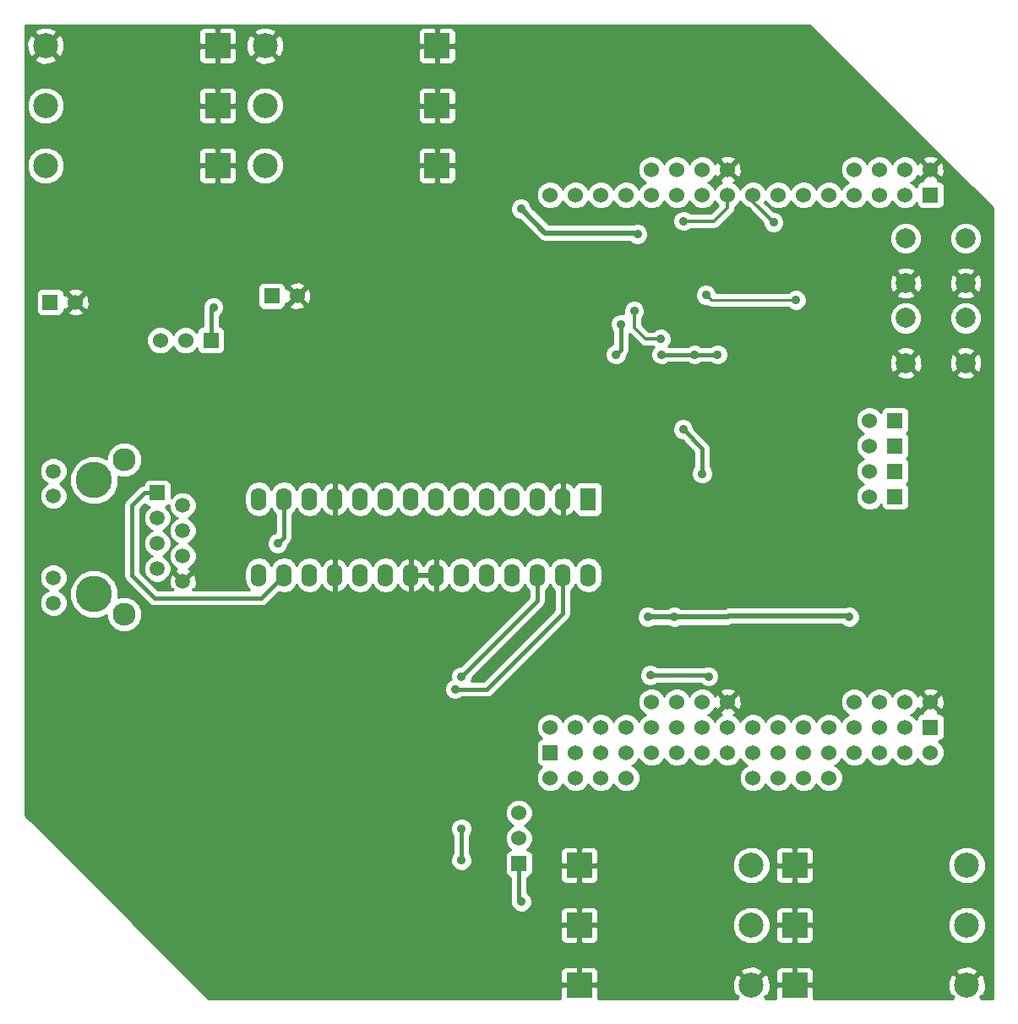
<source format=gbl>
G04 (created by PCBNEW (2013-07-07 BZR 4022)-stable) date 03/07/2014 16:21:05*
%MOIN*%
G04 Gerber Fmt 3.4, Leading zero omitted, Abs format*
%FSLAX34Y34*%
G01*
G70*
G90*
G04 APERTURE LIST*
%ADD10C,0.00590551*%
%ADD11R,0.06X0.06*%
%ADD12C,0.06*%
%ADD13R,0.0984252X0.0984252*%
%ADD14C,0.0984252*%
%ADD15O,0.062X0.09*%
%ADD16R,0.062X0.09*%
%ADD17C,0.1437*%
%ADD18R,0.0591X0.0591*%
%ADD19C,0.0591*%
%ADD20C,0.0905512*%
%ADD21C,0.0787402*%
%ADD22C,0.035*%
%ADD23C,0.02*%
%ADD24C,0.015*%
%ADD25C,0.017*%
%ADD26C,0.012*%
%ADD27C,0.01*%
G04 APERTURE END LIST*
G54D10*
G54D11*
X60285Y-42667D03*
G54D12*
X59285Y-42667D03*
G54D11*
X26950Y-36000D03*
G54D12*
X27950Y-36000D03*
G54D11*
X35700Y-35750D03*
G54D12*
X36700Y-35750D03*
G54D11*
X60285Y-40667D03*
G54D12*
X59285Y-40667D03*
G54D11*
X60285Y-41667D03*
G54D12*
X59285Y-41667D03*
G54D11*
X60285Y-43667D03*
G54D12*
X59285Y-43667D03*
G54D11*
X61685Y-31767D03*
G54D12*
X55685Y-31767D03*
X60685Y-31767D03*
X54685Y-31767D03*
X59685Y-31767D03*
X53685Y-31767D03*
X58685Y-31767D03*
X52685Y-31767D03*
X57685Y-31767D03*
X51685Y-31767D03*
X56685Y-31767D03*
X50685Y-31767D03*
X49685Y-31767D03*
X48685Y-31767D03*
X47685Y-31767D03*
X46685Y-31767D03*
X50685Y-30767D03*
X51685Y-30767D03*
X52685Y-30767D03*
X53685Y-30767D03*
X58685Y-30767D03*
X59685Y-30767D03*
X60685Y-30767D03*
X61685Y-30767D03*
G54D11*
X61685Y-52767D03*
G54D12*
X55685Y-52767D03*
X60685Y-52767D03*
X54685Y-52767D03*
X59685Y-52767D03*
X53685Y-52767D03*
X58685Y-52767D03*
X52685Y-52767D03*
X57685Y-52767D03*
X51685Y-52767D03*
X56685Y-52767D03*
X50685Y-52767D03*
X49685Y-52767D03*
X48685Y-52767D03*
X47685Y-52767D03*
X46685Y-52767D03*
X50685Y-51767D03*
X51685Y-51767D03*
X52685Y-51767D03*
X53685Y-51767D03*
X58685Y-51767D03*
X59685Y-51767D03*
X60685Y-51767D03*
X61685Y-51767D03*
G54D13*
X42224Y-25885D03*
X42224Y-28248D03*
X42224Y-30610D03*
G54D14*
X35433Y-25885D03*
X35433Y-28248D03*
X35433Y-30610D03*
G54D13*
X33562Y-25885D03*
X33562Y-28248D03*
X33562Y-30610D03*
G54D14*
X26771Y-25885D03*
X26771Y-28248D03*
X26771Y-30610D03*
G54D13*
X56330Y-62940D03*
X56330Y-60578D03*
X56330Y-58216D03*
G54D14*
X63122Y-62940D03*
X63122Y-60578D03*
X63122Y-58216D03*
G54D13*
X47830Y-62940D03*
X47830Y-60578D03*
X47830Y-58216D03*
G54D14*
X54622Y-62940D03*
X54622Y-60578D03*
X54622Y-58216D03*
G54D15*
X47185Y-43767D03*
X46185Y-43767D03*
X45185Y-43767D03*
X44185Y-43767D03*
X43185Y-43767D03*
X42185Y-43767D03*
X41185Y-43767D03*
X40185Y-43767D03*
X39185Y-43767D03*
X38185Y-43767D03*
X37185Y-43767D03*
X36185Y-43767D03*
X35185Y-43767D03*
G54D16*
X48185Y-43767D03*
G54D15*
X35185Y-46767D03*
X36185Y-46767D03*
X37185Y-46767D03*
X38185Y-46767D03*
X39185Y-46767D03*
X40185Y-46767D03*
X41185Y-46767D03*
X42185Y-46767D03*
X43185Y-46767D03*
X44185Y-46767D03*
X45185Y-46767D03*
X46185Y-46767D03*
X47185Y-46767D03*
X48185Y-46767D03*
G54D11*
X46685Y-53767D03*
G54D12*
X52685Y-53767D03*
X47685Y-53767D03*
X53685Y-53767D03*
X48685Y-53767D03*
X54685Y-53767D03*
X49685Y-53767D03*
X55685Y-53767D03*
X50685Y-53767D03*
X56685Y-53767D03*
X51685Y-53767D03*
X57685Y-53767D03*
X58685Y-53767D03*
X59685Y-53767D03*
X60685Y-53767D03*
X61685Y-53767D03*
X57685Y-54767D03*
X56685Y-54767D03*
X55685Y-54767D03*
X54685Y-54767D03*
X49685Y-54767D03*
X48685Y-54767D03*
X47685Y-54767D03*
X46685Y-54767D03*
G54D11*
X33300Y-37500D03*
G54D12*
X32300Y-37500D03*
X31300Y-37500D03*
G54D11*
X45450Y-58150D03*
G54D12*
X45450Y-57150D03*
X45450Y-56150D03*
G54D17*
X28685Y-47517D03*
X28685Y-43017D03*
G54D18*
X31185Y-43517D03*
G54D19*
X32185Y-44017D03*
X31185Y-44517D03*
X32185Y-45017D03*
X31185Y-45517D03*
X32185Y-46017D03*
X31185Y-46517D03*
X32185Y-47017D03*
X27085Y-42667D03*
X27085Y-43642D03*
X27085Y-46867D03*
X27085Y-47867D03*
G54D20*
X29885Y-42217D03*
X29885Y-48317D03*
G54D21*
X60715Y-33476D03*
X63077Y-33476D03*
X60715Y-35248D03*
X63077Y-35248D03*
X60715Y-36626D03*
X63077Y-36626D03*
X60715Y-38398D03*
X63077Y-38398D03*
G54D22*
X50135Y-33317D03*
X45535Y-32317D03*
X58485Y-48417D03*
X49285Y-38067D03*
X49485Y-36867D03*
X52385Y-38067D03*
X51585Y-48417D03*
X50535Y-48417D03*
X53285Y-38067D03*
X51085Y-38067D03*
X52935Y-50767D03*
X51935Y-41017D03*
X52685Y-42767D03*
X50635Y-50717D03*
X51950Y-32800D03*
X50000Y-36350D03*
X51050Y-37450D03*
X42935Y-51267D03*
X43185Y-50767D03*
X55500Y-32850D03*
X51835Y-44667D03*
X51485Y-35867D03*
X46685Y-36067D03*
X44935Y-49767D03*
X42435Y-54267D03*
X38935Y-61517D03*
X44935Y-61517D03*
X29185Y-49767D03*
X50685Y-40767D03*
X43935Y-37267D03*
X49185Y-49767D03*
X40935Y-49767D03*
X36185Y-49767D03*
X35685Y-39267D03*
X28185Y-39767D03*
X56435Y-34767D03*
X56435Y-36767D03*
X56435Y-38767D03*
X41185Y-33517D03*
X32685Y-33517D03*
X43185Y-56767D03*
X43185Y-58017D03*
X45550Y-59650D03*
X35935Y-45517D03*
X33400Y-36200D03*
X56385Y-35917D03*
X52835Y-35717D03*
G54D23*
X45535Y-32317D02*
X46485Y-33267D01*
X50085Y-33267D02*
X46485Y-33267D01*
X50085Y-33267D02*
X50135Y-33317D01*
X53735Y-48367D02*
X58435Y-48367D01*
X53685Y-48417D02*
X53735Y-48367D01*
X51585Y-48417D02*
X53685Y-48417D01*
X58435Y-48367D02*
X58485Y-48417D01*
G54D24*
X49485Y-37867D02*
X49285Y-38067D01*
X49485Y-37867D02*
X49485Y-36867D01*
G54D23*
X50535Y-48417D02*
X51585Y-48417D01*
G54D24*
X51085Y-38067D02*
X52385Y-38067D01*
X52385Y-38067D02*
X53285Y-38067D01*
X51935Y-41017D02*
X52685Y-41767D01*
X52685Y-41767D02*
X52685Y-42767D01*
G54D25*
X52885Y-50717D02*
X50635Y-50717D01*
X52935Y-50767D02*
X52885Y-50717D01*
G54D26*
X50000Y-36350D02*
X50000Y-37000D01*
X50450Y-37450D02*
X51050Y-37450D01*
X50000Y-37000D02*
X50450Y-37450D01*
X53685Y-32264D02*
X53685Y-31767D01*
X53150Y-32800D02*
X53685Y-32264D01*
X51950Y-32800D02*
X53150Y-32800D01*
G54D24*
X47185Y-48267D02*
X47185Y-46767D01*
X44185Y-51267D02*
X47185Y-48267D01*
X42935Y-51267D02*
X44185Y-51267D01*
X46185Y-46767D02*
X46185Y-47767D01*
X46185Y-47767D02*
X43185Y-50767D01*
G54D26*
X54685Y-32035D02*
X54685Y-31767D01*
X55500Y-32850D02*
X54685Y-32035D01*
G54D24*
X43185Y-58017D02*
X43185Y-56767D01*
G54D25*
X45450Y-58150D02*
X45450Y-59550D01*
X45450Y-59550D02*
X45550Y-59650D01*
G54D24*
X36185Y-45267D02*
X36185Y-43767D01*
X35935Y-45517D02*
X36185Y-45267D01*
X31085Y-47667D02*
X35285Y-47667D01*
X35285Y-47667D02*
X36185Y-46767D01*
X31185Y-43517D02*
X30685Y-43517D01*
X30185Y-46767D02*
X31085Y-47667D01*
X30185Y-44017D02*
X30185Y-46767D01*
X30685Y-43517D02*
X30185Y-44017D01*
G54D25*
X33300Y-37500D02*
X33300Y-36300D01*
X33300Y-36300D02*
X33400Y-36200D01*
G54D27*
X53035Y-35917D02*
X56385Y-35917D01*
X52835Y-35717D02*
X53035Y-35917D01*
G54D10*
G36*
X46860Y-48133D02*
X44050Y-50942D01*
X43572Y-50942D01*
X43609Y-50852D01*
X43610Y-50802D01*
X46414Y-47997D01*
X46414Y-47997D01*
X46414Y-47997D01*
X46457Y-47934D01*
X46485Y-47892D01*
X46485Y-47892D01*
X46510Y-47767D01*
X46510Y-47364D01*
X46581Y-47317D01*
X46685Y-47161D01*
X46789Y-47317D01*
X46860Y-47364D01*
X46860Y-48133D01*
X46860Y-48133D01*
G37*
G54D27*
X46860Y-48133D02*
X44050Y-50942D01*
X43572Y-50942D01*
X43609Y-50852D01*
X43610Y-50802D01*
X46414Y-47997D01*
X46414Y-47997D01*
X46414Y-47997D01*
X46457Y-47934D01*
X46485Y-47892D01*
X46485Y-47892D01*
X46510Y-47767D01*
X46510Y-47364D01*
X46581Y-47317D01*
X46685Y-47161D01*
X46789Y-47317D01*
X46860Y-47364D01*
X46860Y-48133D01*
G54D10*
G36*
X64135Y-63467D02*
X63867Y-63467D01*
X63663Y-63467D01*
X63691Y-63439D01*
X63646Y-63395D01*
X63762Y-63344D01*
X63867Y-63068D01*
X63864Y-62935D01*
X63864Y-60431D01*
X63864Y-58069D01*
X63751Y-57796D01*
X63725Y-57771D01*
X63725Y-38502D01*
X63725Y-35352D01*
X63721Y-35239D01*
X63721Y-33348D01*
X63623Y-33112D01*
X63443Y-32930D01*
X63206Y-32832D01*
X62950Y-32832D01*
X62713Y-32930D01*
X62532Y-33111D01*
X62434Y-33347D01*
X62434Y-33603D01*
X62531Y-33840D01*
X62712Y-34021D01*
X62949Y-34119D01*
X63205Y-34120D01*
X63442Y-34022D01*
X63623Y-33841D01*
X63721Y-33604D01*
X63721Y-33348D01*
X63721Y-35239D01*
X63716Y-35096D01*
X63636Y-34903D01*
X63531Y-34864D01*
X63460Y-34935D01*
X63460Y-34794D01*
X63422Y-34689D01*
X63182Y-34600D01*
X62926Y-34609D01*
X62733Y-34689D01*
X62694Y-34794D01*
X63077Y-35177D01*
X63460Y-34794D01*
X63460Y-34935D01*
X63148Y-35248D01*
X63531Y-35631D01*
X63636Y-35592D01*
X63725Y-35352D01*
X63725Y-38502D01*
X63721Y-38389D01*
X63721Y-36498D01*
X63623Y-36262D01*
X63460Y-36098D01*
X63460Y-35701D01*
X63077Y-35318D01*
X63007Y-35389D01*
X63007Y-35248D01*
X62624Y-34864D01*
X62519Y-34903D01*
X62429Y-35143D01*
X62439Y-35399D01*
X62519Y-35592D01*
X62624Y-35631D01*
X63007Y-35248D01*
X63007Y-35389D01*
X62694Y-35701D01*
X62733Y-35806D01*
X62973Y-35896D01*
X63229Y-35886D01*
X63422Y-35806D01*
X63460Y-35701D01*
X63460Y-36098D01*
X63443Y-36080D01*
X63206Y-35982D01*
X62950Y-35982D01*
X62713Y-36080D01*
X62532Y-36261D01*
X62434Y-36497D01*
X62434Y-36753D01*
X62531Y-36990D01*
X62712Y-37171D01*
X62949Y-37269D01*
X63205Y-37270D01*
X63442Y-37172D01*
X63623Y-36991D01*
X63721Y-36754D01*
X63721Y-36498D01*
X63721Y-38389D01*
X63716Y-38246D01*
X63636Y-38053D01*
X63531Y-38014D01*
X63460Y-38085D01*
X63460Y-37944D01*
X63422Y-37839D01*
X63182Y-37750D01*
X62926Y-37759D01*
X62733Y-37839D01*
X62694Y-37944D01*
X63077Y-38327D01*
X63460Y-37944D01*
X63460Y-38085D01*
X63148Y-38398D01*
X63531Y-38781D01*
X63636Y-38742D01*
X63725Y-38502D01*
X63725Y-57771D01*
X63542Y-57587D01*
X63460Y-57553D01*
X63460Y-38851D01*
X63077Y-38468D01*
X63007Y-38539D01*
X63007Y-38398D01*
X62624Y-38014D01*
X62519Y-38053D01*
X62429Y-38293D01*
X62439Y-38549D01*
X62519Y-38742D01*
X62624Y-38781D01*
X63007Y-38398D01*
X63007Y-38539D01*
X62694Y-38851D01*
X62733Y-38956D01*
X62973Y-39046D01*
X63229Y-39036D01*
X63422Y-38956D01*
X63460Y-38851D01*
X63460Y-57553D01*
X63270Y-57474D01*
X62975Y-57474D01*
X62702Y-57587D01*
X62493Y-57795D01*
X62380Y-58068D01*
X62379Y-58363D01*
X62492Y-58636D01*
X62701Y-58845D01*
X62973Y-58958D01*
X63269Y-58958D01*
X63541Y-58846D01*
X63750Y-58637D01*
X63864Y-58364D01*
X63864Y-58069D01*
X63864Y-60431D01*
X63751Y-60158D01*
X63542Y-59949D01*
X63270Y-59836D01*
X62975Y-59836D01*
X62702Y-59949D01*
X62493Y-60157D01*
X62380Y-60430D01*
X62379Y-60725D01*
X62492Y-60998D01*
X62701Y-61207D01*
X62973Y-61320D01*
X63269Y-61320D01*
X63541Y-61208D01*
X63750Y-60999D01*
X63864Y-60727D01*
X63864Y-60431D01*
X63864Y-62935D01*
X63859Y-62773D01*
X63762Y-62537D01*
X63646Y-62486D01*
X63576Y-62557D01*
X63576Y-62416D01*
X63525Y-62300D01*
X63249Y-62195D01*
X62954Y-62203D01*
X62718Y-62300D01*
X62667Y-62416D01*
X63122Y-62870D01*
X63576Y-62416D01*
X63576Y-62557D01*
X63192Y-62940D01*
X63198Y-62946D01*
X63127Y-63017D01*
X63122Y-63011D01*
X63116Y-63017D01*
X63051Y-62952D01*
X63045Y-62946D01*
X63051Y-62940D01*
X62597Y-62486D01*
X62481Y-62537D01*
X62376Y-62813D01*
X62384Y-63108D01*
X62481Y-63344D01*
X62597Y-63395D01*
X62552Y-63439D01*
X62580Y-63467D01*
X62239Y-63467D01*
X62239Y-51849D01*
X62239Y-30849D01*
X62228Y-30630D01*
X62166Y-30479D01*
X62070Y-30452D01*
X62000Y-30523D01*
X62000Y-30381D01*
X61972Y-30286D01*
X61766Y-30212D01*
X61548Y-30223D01*
X61397Y-30286D01*
X61369Y-30381D01*
X61685Y-30697D01*
X62000Y-30381D01*
X62000Y-30523D01*
X61755Y-30767D01*
X62070Y-31082D01*
X62166Y-31055D01*
X62239Y-30849D01*
X62239Y-51849D01*
X62235Y-51754D01*
X62235Y-32018D01*
X62235Y-31418D01*
X62197Y-31326D01*
X62126Y-31255D01*
X62034Y-31217D01*
X61981Y-31217D01*
X62000Y-31153D01*
X61685Y-30838D01*
X61369Y-31153D01*
X61388Y-31217D01*
X61335Y-31217D01*
X61243Y-31255D01*
X61173Y-31325D01*
X61135Y-31417D01*
X61135Y-31440D01*
X60996Y-31301D01*
X60915Y-31267D01*
X60996Y-31234D01*
X61151Y-31079D01*
X61182Y-31004D01*
X61203Y-31055D01*
X61299Y-31082D01*
X61614Y-30767D01*
X61299Y-30452D01*
X61203Y-30479D01*
X61184Y-30535D01*
X61151Y-30456D01*
X60996Y-30301D01*
X60794Y-30217D01*
X60576Y-30217D01*
X60373Y-30301D01*
X60219Y-30455D01*
X60185Y-30537D01*
X60151Y-30456D01*
X59996Y-30301D01*
X59794Y-30217D01*
X59576Y-30217D01*
X59373Y-30301D01*
X59219Y-30455D01*
X59185Y-30537D01*
X59151Y-30456D01*
X58996Y-30301D01*
X58794Y-30217D01*
X58576Y-30217D01*
X58373Y-30301D01*
X58219Y-30455D01*
X58135Y-30657D01*
X58134Y-30876D01*
X58218Y-31078D01*
X58373Y-31233D01*
X58454Y-31267D01*
X58373Y-31301D01*
X58219Y-31455D01*
X58185Y-31537D01*
X58151Y-31456D01*
X57996Y-31301D01*
X57794Y-31217D01*
X57576Y-31217D01*
X57373Y-31301D01*
X57219Y-31455D01*
X57185Y-31537D01*
X57151Y-31456D01*
X56996Y-31301D01*
X56794Y-31217D01*
X56576Y-31217D01*
X56373Y-31301D01*
X56219Y-31455D01*
X56185Y-31537D01*
X56151Y-31456D01*
X55996Y-31301D01*
X55794Y-31217D01*
X55576Y-31217D01*
X55373Y-31301D01*
X55219Y-31455D01*
X55185Y-31537D01*
X55151Y-31456D01*
X54996Y-31301D01*
X54794Y-31217D01*
X54576Y-31217D01*
X54373Y-31301D01*
X54239Y-31435D01*
X54239Y-30849D01*
X54228Y-30630D01*
X54166Y-30479D01*
X54070Y-30452D01*
X54000Y-30523D01*
X54000Y-30381D01*
X53972Y-30286D01*
X53766Y-30212D01*
X53548Y-30223D01*
X53397Y-30286D01*
X53369Y-30381D01*
X53685Y-30697D01*
X54000Y-30381D01*
X54000Y-30523D01*
X53755Y-30767D01*
X54070Y-31082D01*
X54166Y-31055D01*
X54239Y-30849D01*
X54239Y-31435D01*
X54219Y-31455D01*
X54185Y-31537D01*
X54151Y-31456D01*
X53996Y-31301D01*
X53921Y-31270D01*
X53972Y-31248D01*
X54000Y-31153D01*
X53685Y-30838D01*
X53369Y-31153D01*
X53397Y-31248D01*
X53452Y-31268D01*
X53373Y-31301D01*
X53219Y-31455D01*
X53185Y-31537D01*
X53151Y-31456D01*
X52996Y-31301D01*
X52915Y-31267D01*
X52996Y-31234D01*
X53151Y-31079D01*
X53182Y-31004D01*
X53203Y-31055D01*
X53299Y-31082D01*
X53614Y-30767D01*
X53299Y-30452D01*
X53203Y-30479D01*
X53184Y-30535D01*
X53151Y-30456D01*
X52996Y-30301D01*
X52794Y-30217D01*
X52576Y-30217D01*
X52373Y-30301D01*
X52219Y-30455D01*
X52185Y-30537D01*
X52151Y-30456D01*
X51996Y-30301D01*
X51794Y-30217D01*
X51576Y-30217D01*
X51373Y-30301D01*
X51219Y-30455D01*
X51185Y-30537D01*
X51151Y-30456D01*
X50996Y-30301D01*
X50794Y-30217D01*
X50576Y-30217D01*
X50373Y-30301D01*
X50219Y-30455D01*
X50135Y-30657D01*
X50134Y-30876D01*
X50218Y-31078D01*
X50373Y-31233D01*
X50454Y-31267D01*
X50373Y-31301D01*
X50219Y-31455D01*
X50185Y-31537D01*
X50151Y-31456D01*
X49996Y-31301D01*
X49794Y-31217D01*
X49576Y-31217D01*
X49373Y-31301D01*
X49219Y-31455D01*
X49185Y-31537D01*
X49151Y-31456D01*
X48996Y-31301D01*
X48794Y-31217D01*
X48576Y-31217D01*
X48373Y-31301D01*
X48219Y-31455D01*
X48185Y-31537D01*
X48151Y-31456D01*
X47996Y-31301D01*
X47794Y-31217D01*
X47576Y-31217D01*
X47373Y-31301D01*
X47219Y-31455D01*
X47185Y-31537D01*
X47151Y-31456D01*
X46996Y-31301D01*
X46794Y-31217D01*
X46576Y-31217D01*
X46373Y-31301D01*
X46219Y-31455D01*
X46135Y-31657D01*
X46134Y-31876D01*
X46218Y-32078D01*
X46373Y-32233D01*
X46575Y-32317D01*
X46793Y-32317D01*
X46996Y-32234D01*
X47151Y-32079D01*
X47185Y-31997D01*
X47218Y-32078D01*
X47373Y-32233D01*
X47575Y-32317D01*
X47793Y-32317D01*
X47996Y-32234D01*
X48151Y-32079D01*
X48185Y-31997D01*
X48218Y-32078D01*
X48373Y-32233D01*
X48575Y-32317D01*
X48793Y-32317D01*
X48996Y-32234D01*
X49151Y-32079D01*
X49185Y-31997D01*
X49218Y-32078D01*
X49373Y-32233D01*
X49575Y-32317D01*
X49793Y-32317D01*
X49996Y-32234D01*
X50151Y-32079D01*
X50185Y-31997D01*
X50218Y-32078D01*
X50373Y-32233D01*
X50575Y-32317D01*
X50793Y-32317D01*
X50996Y-32234D01*
X51151Y-32079D01*
X51185Y-31997D01*
X51218Y-32078D01*
X51373Y-32233D01*
X51575Y-32317D01*
X51793Y-32317D01*
X51996Y-32234D01*
X52151Y-32079D01*
X52185Y-31997D01*
X52218Y-32078D01*
X52373Y-32233D01*
X52575Y-32317D01*
X52793Y-32317D01*
X52996Y-32234D01*
X53151Y-32079D01*
X53185Y-31997D01*
X53218Y-32078D01*
X53325Y-32186D01*
X53021Y-32490D01*
X52241Y-32490D01*
X52191Y-32439D01*
X52034Y-32375D01*
X51865Y-32374D01*
X51709Y-32439D01*
X51589Y-32558D01*
X51525Y-32715D01*
X51524Y-32884D01*
X51589Y-33040D01*
X51708Y-33160D01*
X51865Y-33224D01*
X52034Y-33225D01*
X52190Y-33160D01*
X52241Y-33110D01*
X53150Y-33110D01*
X53268Y-33086D01*
X53369Y-33019D01*
X53904Y-32484D01*
X53971Y-32383D01*
X53995Y-32264D01*
X53995Y-32234D01*
X53996Y-32234D01*
X54151Y-32079D01*
X54185Y-31997D01*
X54218Y-32078D01*
X54373Y-32233D01*
X54496Y-32284D01*
X55074Y-32863D01*
X55074Y-32934D01*
X55139Y-33090D01*
X55258Y-33210D01*
X55415Y-33274D01*
X55584Y-33275D01*
X55740Y-33210D01*
X55860Y-33091D01*
X55924Y-32934D01*
X55925Y-32765D01*
X55860Y-32609D01*
X55741Y-32489D01*
X55584Y-32425D01*
X55513Y-32425D01*
X55156Y-32067D01*
X55185Y-31997D01*
X55218Y-32078D01*
X55373Y-32233D01*
X55575Y-32317D01*
X55793Y-32317D01*
X55996Y-32234D01*
X56151Y-32079D01*
X56185Y-31997D01*
X56218Y-32078D01*
X56373Y-32233D01*
X56575Y-32317D01*
X56793Y-32317D01*
X56996Y-32234D01*
X57151Y-32079D01*
X57185Y-31997D01*
X57218Y-32078D01*
X57373Y-32233D01*
X57575Y-32317D01*
X57793Y-32317D01*
X57996Y-32234D01*
X58151Y-32079D01*
X58185Y-31997D01*
X58218Y-32078D01*
X58373Y-32233D01*
X58575Y-32317D01*
X58793Y-32317D01*
X58996Y-32234D01*
X59151Y-32079D01*
X59185Y-31997D01*
X59218Y-32078D01*
X59373Y-32233D01*
X59575Y-32317D01*
X59793Y-32317D01*
X59996Y-32234D01*
X60151Y-32079D01*
X60185Y-31997D01*
X60218Y-32078D01*
X60373Y-32233D01*
X60575Y-32317D01*
X60793Y-32317D01*
X60996Y-32234D01*
X61134Y-32095D01*
X61134Y-32117D01*
X61172Y-32209D01*
X61243Y-32279D01*
X61335Y-32317D01*
X61434Y-32317D01*
X62034Y-32317D01*
X62126Y-32279D01*
X62196Y-32209D01*
X62234Y-32117D01*
X62235Y-32018D01*
X62235Y-51754D01*
X62228Y-51630D01*
X62166Y-51479D01*
X62070Y-51452D01*
X62000Y-51523D01*
X62000Y-51381D01*
X61972Y-51286D01*
X61766Y-51212D01*
X61548Y-51223D01*
X61397Y-51286D01*
X61369Y-51381D01*
X61685Y-51697D01*
X62000Y-51381D01*
X62000Y-51523D01*
X61755Y-51767D01*
X62070Y-52082D01*
X62166Y-52055D01*
X62239Y-51849D01*
X62239Y-63467D01*
X62235Y-63467D01*
X62235Y-53658D01*
X62151Y-53456D01*
X62013Y-53317D01*
X62034Y-53317D01*
X62126Y-53279D01*
X62196Y-53209D01*
X62234Y-53117D01*
X62235Y-53018D01*
X62235Y-52418D01*
X62197Y-52326D01*
X62126Y-52255D01*
X62034Y-52217D01*
X61981Y-52217D01*
X62000Y-52153D01*
X61685Y-51838D01*
X61369Y-52153D01*
X61388Y-52217D01*
X61335Y-52217D01*
X61243Y-52255D01*
X61173Y-52325D01*
X61135Y-52417D01*
X61135Y-52440D01*
X60996Y-52301D01*
X60915Y-52267D01*
X60996Y-52234D01*
X61151Y-52079D01*
X61182Y-52004D01*
X61203Y-52055D01*
X61299Y-52082D01*
X61614Y-51767D01*
X61363Y-51517D01*
X61363Y-38502D01*
X61363Y-35352D01*
X61359Y-35239D01*
X61359Y-33348D01*
X61261Y-33112D01*
X61080Y-32930D01*
X60844Y-32832D01*
X60588Y-32832D01*
X60351Y-32930D01*
X60170Y-33111D01*
X60072Y-33347D01*
X60071Y-33603D01*
X60169Y-33840D01*
X60350Y-34021D01*
X60587Y-34119D01*
X60843Y-34120D01*
X61079Y-34022D01*
X61261Y-33841D01*
X61359Y-33604D01*
X61359Y-33348D01*
X61359Y-35239D01*
X61354Y-35096D01*
X61274Y-34903D01*
X61169Y-34864D01*
X61098Y-34935D01*
X61098Y-34794D01*
X61059Y-34689D01*
X60819Y-34600D01*
X60563Y-34609D01*
X60371Y-34689D01*
X60332Y-34794D01*
X60715Y-35177D01*
X61098Y-34794D01*
X61098Y-34935D01*
X60786Y-35248D01*
X61169Y-35631D01*
X61274Y-35592D01*
X61363Y-35352D01*
X61363Y-38502D01*
X61359Y-38389D01*
X61359Y-36498D01*
X61261Y-36262D01*
X61098Y-36098D01*
X61098Y-35701D01*
X60715Y-35318D01*
X60645Y-35389D01*
X60645Y-35248D01*
X60261Y-34864D01*
X60156Y-34903D01*
X60067Y-35143D01*
X60077Y-35399D01*
X60156Y-35592D01*
X60261Y-35631D01*
X60645Y-35248D01*
X60645Y-35389D01*
X60332Y-35701D01*
X60371Y-35806D01*
X60611Y-35896D01*
X60867Y-35886D01*
X61059Y-35806D01*
X61098Y-35701D01*
X61098Y-36098D01*
X61080Y-36080D01*
X60844Y-35982D01*
X60588Y-35982D01*
X60351Y-36080D01*
X60170Y-36261D01*
X60072Y-36497D01*
X60071Y-36753D01*
X60169Y-36990D01*
X60350Y-37171D01*
X60587Y-37269D01*
X60843Y-37270D01*
X61079Y-37172D01*
X61261Y-36991D01*
X61359Y-36754D01*
X61359Y-36498D01*
X61359Y-38389D01*
X61354Y-38246D01*
X61274Y-38053D01*
X61169Y-38014D01*
X61098Y-38085D01*
X61098Y-37944D01*
X61059Y-37839D01*
X60819Y-37750D01*
X60563Y-37759D01*
X60371Y-37839D01*
X60332Y-37944D01*
X60715Y-38327D01*
X61098Y-37944D01*
X61098Y-38085D01*
X60786Y-38398D01*
X61169Y-38781D01*
X61274Y-38742D01*
X61363Y-38502D01*
X61363Y-51517D01*
X61299Y-51452D01*
X61203Y-51479D01*
X61184Y-51535D01*
X61151Y-51456D01*
X61098Y-51403D01*
X61098Y-38851D01*
X60715Y-38468D01*
X60645Y-38539D01*
X60645Y-38398D01*
X60261Y-38014D01*
X60156Y-38053D01*
X60067Y-38293D01*
X60077Y-38549D01*
X60156Y-38742D01*
X60261Y-38781D01*
X60645Y-38398D01*
X60645Y-38539D01*
X60332Y-38851D01*
X60371Y-38956D01*
X60611Y-39046D01*
X60867Y-39036D01*
X61059Y-38956D01*
X61098Y-38851D01*
X61098Y-51403D01*
X60996Y-51301D01*
X60835Y-51234D01*
X60835Y-43918D01*
X60835Y-43318D01*
X60797Y-43226D01*
X60738Y-43167D01*
X60796Y-43109D01*
X60834Y-43017D01*
X60835Y-42918D01*
X60835Y-42318D01*
X60797Y-42226D01*
X60738Y-42167D01*
X60796Y-42109D01*
X60834Y-42017D01*
X60835Y-41918D01*
X60835Y-41318D01*
X60797Y-41226D01*
X60738Y-41167D01*
X60796Y-41109D01*
X60834Y-41017D01*
X60835Y-40918D01*
X60835Y-40318D01*
X60797Y-40226D01*
X60726Y-40155D01*
X60634Y-40117D01*
X60535Y-40117D01*
X59935Y-40117D01*
X59843Y-40155D01*
X59773Y-40225D01*
X59735Y-40317D01*
X59735Y-40340D01*
X59596Y-40201D01*
X59394Y-40117D01*
X59176Y-40117D01*
X58973Y-40201D01*
X58819Y-40355D01*
X58735Y-40557D01*
X58734Y-40776D01*
X58818Y-40978D01*
X58973Y-41133D01*
X59054Y-41167D01*
X58973Y-41201D01*
X58819Y-41355D01*
X58735Y-41557D01*
X58734Y-41776D01*
X58818Y-41978D01*
X58973Y-42133D01*
X59054Y-42167D01*
X58973Y-42201D01*
X58819Y-42355D01*
X58735Y-42557D01*
X58734Y-42776D01*
X58818Y-42978D01*
X58973Y-43133D01*
X59054Y-43167D01*
X58973Y-43201D01*
X58819Y-43355D01*
X58735Y-43557D01*
X58734Y-43776D01*
X58818Y-43978D01*
X58973Y-44133D01*
X59175Y-44217D01*
X59393Y-44217D01*
X59596Y-44134D01*
X59734Y-43995D01*
X59734Y-44017D01*
X59772Y-44109D01*
X59843Y-44179D01*
X59935Y-44217D01*
X60034Y-44217D01*
X60634Y-44217D01*
X60726Y-44179D01*
X60796Y-44109D01*
X60834Y-44017D01*
X60835Y-43918D01*
X60835Y-51234D01*
X60794Y-51217D01*
X60576Y-51217D01*
X60373Y-51301D01*
X60219Y-51455D01*
X60185Y-51537D01*
X60151Y-51456D01*
X59996Y-51301D01*
X59794Y-51217D01*
X59576Y-51217D01*
X59373Y-51301D01*
X59219Y-51455D01*
X59185Y-51537D01*
X59151Y-51456D01*
X58996Y-51301D01*
X58910Y-51265D01*
X58910Y-48333D01*
X58845Y-48177D01*
X58726Y-48057D01*
X58569Y-47992D01*
X58400Y-47992D01*
X58340Y-48017D01*
X56810Y-48017D01*
X56810Y-35833D01*
X56745Y-35677D01*
X56626Y-35557D01*
X56469Y-35492D01*
X56300Y-35492D01*
X56144Y-35557D01*
X56083Y-35617D01*
X53253Y-35617D01*
X53195Y-35477D01*
X53076Y-35357D01*
X52919Y-35292D01*
X52750Y-35292D01*
X52594Y-35357D01*
X52474Y-35476D01*
X52410Y-35632D01*
X52409Y-35801D01*
X52474Y-35958D01*
X52593Y-36077D01*
X52750Y-36142D01*
X52842Y-36142D01*
X52842Y-36142D01*
X52920Y-36194D01*
X53035Y-36217D01*
X56083Y-36217D01*
X56143Y-36277D01*
X56300Y-36342D01*
X56469Y-36342D01*
X56625Y-36278D01*
X56745Y-36158D01*
X56809Y-36002D01*
X56810Y-35833D01*
X56810Y-48017D01*
X53735Y-48017D01*
X53710Y-48022D01*
X53710Y-37983D01*
X53645Y-37827D01*
X53526Y-37707D01*
X53369Y-37642D01*
X53200Y-37642D01*
X53044Y-37707D01*
X53009Y-37742D01*
X52661Y-37742D01*
X52626Y-37707D01*
X52469Y-37642D01*
X52300Y-37642D01*
X52144Y-37707D01*
X52109Y-37742D01*
X51361Y-37742D01*
X51359Y-37741D01*
X51410Y-37691D01*
X51474Y-37534D01*
X51475Y-37365D01*
X51410Y-37209D01*
X51291Y-37089D01*
X51134Y-37025D01*
X50965Y-37024D01*
X50809Y-37089D01*
X50758Y-37140D01*
X50578Y-37140D01*
X50560Y-37121D01*
X50560Y-33233D01*
X50495Y-33077D01*
X50376Y-32957D01*
X50219Y-32892D01*
X50050Y-32892D01*
X49990Y-32917D01*
X46630Y-32917D01*
X45960Y-32247D01*
X45960Y-32233D01*
X45895Y-32077D01*
X45776Y-31957D01*
X45619Y-31892D01*
X45450Y-31892D01*
X45294Y-31957D01*
X45174Y-32076D01*
X45110Y-32232D01*
X45109Y-32401D01*
X45174Y-32558D01*
X45293Y-32677D01*
X45450Y-32742D01*
X45465Y-32742D01*
X46237Y-33515D01*
X46351Y-33591D01*
X46485Y-33617D01*
X49833Y-33617D01*
X49893Y-33677D01*
X50050Y-33742D01*
X50219Y-33742D01*
X50375Y-33678D01*
X50495Y-33558D01*
X50559Y-33402D01*
X50560Y-33233D01*
X50560Y-37121D01*
X50310Y-36871D01*
X50310Y-36641D01*
X50360Y-36591D01*
X50424Y-36434D01*
X50425Y-36265D01*
X50360Y-36109D01*
X50241Y-35989D01*
X50084Y-35925D01*
X49915Y-35924D01*
X49759Y-35989D01*
X49639Y-36108D01*
X49575Y-36265D01*
X49574Y-36434D01*
X49580Y-36447D01*
X49569Y-36442D01*
X49400Y-36442D01*
X49244Y-36507D01*
X49124Y-36626D01*
X49060Y-36782D01*
X49059Y-36951D01*
X49124Y-37108D01*
X49160Y-37143D01*
X49160Y-37659D01*
X49044Y-37707D01*
X48924Y-37826D01*
X48860Y-37982D01*
X48859Y-38151D01*
X48924Y-38308D01*
X49043Y-38427D01*
X49200Y-38492D01*
X49369Y-38492D01*
X49525Y-38428D01*
X49645Y-38308D01*
X49709Y-38152D01*
X49710Y-38102D01*
X49714Y-38097D01*
X49714Y-38097D01*
X49714Y-38097D01*
X49785Y-37992D01*
X49785Y-37992D01*
X49810Y-37867D01*
X49810Y-37248D01*
X50230Y-37669D01*
X50331Y-37736D01*
X50450Y-37760D01*
X50758Y-37760D01*
X50775Y-37776D01*
X50724Y-37826D01*
X50660Y-37982D01*
X50659Y-38151D01*
X50724Y-38308D01*
X50843Y-38427D01*
X51000Y-38492D01*
X51169Y-38492D01*
X51325Y-38428D01*
X51361Y-38392D01*
X52108Y-38392D01*
X52143Y-38427D01*
X52300Y-38492D01*
X52469Y-38492D01*
X52625Y-38428D01*
X52661Y-38392D01*
X53008Y-38392D01*
X53043Y-38427D01*
X53200Y-38492D01*
X53369Y-38492D01*
X53525Y-38428D01*
X53645Y-38308D01*
X53709Y-38152D01*
X53710Y-37983D01*
X53710Y-48022D01*
X53601Y-48044D01*
X53566Y-48067D01*
X53110Y-48067D01*
X53110Y-42683D01*
X53045Y-42527D01*
X53010Y-42491D01*
X53010Y-41767D01*
X53010Y-41767D01*
X53010Y-41767D01*
X53005Y-41742D01*
X52985Y-41643D01*
X52985Y-41643D01*
X52914Y-41537D01*
X52914Y-41537D01*
X52360Y-40983D01*
X52360Y-40933D01*
X52295Y-40777D01*
X52176Y-40657D01*
X52019Y-40592D01*
X51850Y-40592D01*
X51694Y-40657D01*
X51574Y-40776D01*
X51510Y-40932D01*
X51509Y-41101D01*
X51574Y-41258D01*
X51693Y-41377D01*
X51850Y-41442D01*
X51900Y-41442D01*
X52360Y-41902D01*
X52360Y-42491D01*
X52324Y-42526D01*
X52260Y-42682D01*
X52259Y-42851D01*
X52324Y-43008D01*
X52443Y-43127D01*
X52600Y-43192D01*
X52769Y-43192D01*
X52925Y-43128D01*
X53045Y-43008D01*
X53109Y-42852D01*
X53110Y-42683D01*
X53110Y-48067D01*
X51836Y-48067D01*
X51826Y-48057D01*
X51669Y-47992D01*
X51500Y-47992D01*
X51344Y-48057D01*
X51334Y-48067D01*
X50786Y-48067D01*
X50776Y-48057D01*
X50619Y-47992D01*
X50450Y-47992D01*
X50294Y-48057D01*
X50174Y-48176D01*
X50110Y-48332D01*
X50109Y-48501D01*
X50174Y-48658D01*
X50293Y-48777D01*
X50450Y-48842D01*
X50619Y-48842D01*
X50775Y-48778D01*
X50785Y-48767D01*
X51333Y-48767D01*
X51343Y-48777D01*
X51500Y-48842D01*
X51669Y-48842D01*
X51825Y-48778D01*
X51835Y-48767D01*
X53685Y-48767D01*
X53818Y-48741D01*
X53818Y-48741D01*
X53853Y-48717D01*
X53853Y-48717D01*
X58183Y-48717D01*
X58243Y-48777D01*
X58400Y-48842D01*
X58569Y-48842D01*
X58725Y-48778D01*
X58845Y-48658D01*
X58909Y-48502D01*
X58910Y-48333D01*
X58910Y-51265D01*
X58794Y-51217D01*
X58576Y-51217D01*
X58373Y-51301D01*
X58219Y-51455D01*
X58135Y-51657D01*
X58134Y-51876D01*
X58218Y-52078D01*
X58373Y-52233D01*
X58454Y-52267D01*
X58373Y-52301D01*
X58219Y-52455D01*
X58185Y-52537D01*
X58151Y-52456D01*
X57996Y-52301D01*
X57794Y-52217D01*
X57576Y-52217D01*
X57373Y-52301D01*
X57219Y-52455D01*
X57185Y-52537D01*
X57151Y-52456D01*
X56996Y-52301D01*
X56794Y-52217D01*
X56576Y-52217D01*
X56373Y-52301D01*
X56219Y-52455D01*
X56185Y-52537D01*
X56151Y-52456D01*
X55996Y-52301D01*
X55794Y-52217D01*
X55576Y-52217D01*
X55373Y-52301D01*
X55219Y-52455D01*
X55185Y-52537D01*
X55151Y-52456D01*
X54996Y-52301D01*
X54794Y-52217D01*
X54576Y-52217D01*
X54373Y-52301D01*
X54239Y-52435D01*
X54239Y-51849D01*
X54228Y-51630D01*
X54166Y-51479D01*
X54070Y-51452D01*
X54000Y-51523D01*
X54000Y-51381D01*
X53972Y-51286D01*
X53766Y-51212D01*
X53548Y-51223D01*
X53397Y-51286D01*
X53369Y-51381D01*
X53685Y-51697D01*
X54000Y-51381D01*
X54000Y-51523D01*
X53755Y-51767D01*
X54070Y-52082D01*
X54166Y-52055D01*
X54239Y-51849D01*
X54239Y-52435D01*
X54219Y-52455D01*
X54185Y-52537D01*
X54151Y-52456D01*
X53996Y-52301D01*
X53921Y-52270D01*
X53972Y-52248D01*
X54000Y-52153D01*
X53685Y-51838D01*
X53369Y-52153D01*
X53397Y-52248D01*
X53452Y-52268D01*
X53373Y-52301D01*
X53219Y-52455D01*
X53185Y-52537D01*
X53151Y-52456D01*
X52996Y-52301D01*
X52915Y-52267D01*
X52996Y-52234D01*
X53151Y-52079D01*
X53182Y-52004D01*
X53203Y-52055D01*
X53299Y-52082D01*
X53614Y-51767D01*
X53360Y-51513D01*
X53360Y-50683D01*
X53295Y-50527D01*
X53176Y-50407D01*
X53019Y-50342D01*
X52850Y-50342D01*
X52753Y-50382D01*
X50901Y-50382D01*
X50876Y-50357D01*
X50719Y-50292D01*
X50550Y-50292D01*
X50394Y-50357D01*
X50274Y-50476D01*
X50210Y-50632D01*
X50209Y-50801D01*
X50274Y-50958D01*
X50393Y-51077D01*
X50550Y-51142D01*
X50719Y-51142D01*
X50875Y-51078D01*
X50901Y-51052D01*
X52619Y-51052D01*
X52693Y-51127D01*
X52850Y-51192D01*
X53019Y-51192D01*
X53175Y-51128D01*
X53295Y-51008D01*
X53359Y-50852D01*
X53360Y-50683D01*
X53360Y-51513D01*
X53299Y-51452D01*
X53203Y-51479D01*
X53184Y-51535D01*
X53151Y-51456D01*
X52996Y-51301D01*
X52794Y-51217D01*
X52576Y-51217D01*
X52373Y-51301D01*
X52219Y-51455D01*
X52185Y-51537D01*
X52151Y-51456D01*
X51996Y-51301D01*
X51794Y-51217D01*
X51576Y-51217D01*
X51373Y-51301D01*
X51219Y-51455D01*
X51185Y-51537D01*
X51151Y-51456D01*
X50996Y-51301D01*
X50794Y-51217D01*
X50576Y-51217D01*
X50373Y-51301D01*
X50219Y-51455D01*
X50135Y-51657D01*
X50134Y-51876D01*
X50218Y-52078D01*
X50373Y-52233D01*
X50454Y-52267D01*
X50373Y-52301D01*
X50219Y-52455D01*
X50185Y-52537D01*
X50151Y-52456D01*
X49996Y-52301D01*
X49794Y-52217D01*
X49576Y-52217D01*
X49373Y-52301D01*
X49219Y-52455D01*
X49185Y-52537D01*
X49151Y-52456D01*
X48996Y-52301D01*
X48794Y-52217D01*
X48745Y-52217D01*
X48745Y-44168D01*
X48745Y-43268D01*
X48707Y-43176D01*
X48636Y-43105D01*
X48544Y-43067D01*
X48445Y-43067D01*
X47825Y-43067D01*
X47733Y-43105D01*
X47663Y-43175D01*
X47625Y-43267D01*
X47625Y-43294D01*
X47545Y-43196D01*
X47353Y-43091D01*
X47321Y-43084D01*
X47235Y-43132D01*
X47235Y-43717D01*
X47242Y-43717D01*
X47242Y-43817D01*
X47235Y-43817D01*
X47235Y-44402D01*
X47321Y-44450D01*
X47353Y-44444D01*
X47545Y-44339D01*
X47624Y-44240D01*
X47624Y-44267D01*
X47662Y-44359D01*
X47733Y-44429D01*
X47825Y-44467D01*
X47924Y-44467D01*
X48544Y-44467D01*
X48636Y-44429D01*
X48706Y-44359D01*
X48744Y-44267D01*
X48745Y-44168D01*
X48745Y-52217D01*
X48745Y-52217D01*
X48745Y-46921D01*
X48745Y-46614D01*
X48702Y-46399D01*
X48581Y-46218D01*
X48399Y-46096D01*
X48185Y-46054D01*
X47970Y-46096D01*
X47789Y-46218D01*
X47685Y-46373D01*
X47581Y-46218D01*
X47399Y-46096D01*
X47185Y-46054D01*
X47135Y-46063D01*
X47135Y-44402D01*
X47135Y-43817D01*
X47127Y-43817D01*
X47127Y-43717D01*
X47135Y-43717D01*
X47135Y-43132D01*
X47048Y-43084D01*
X47016Y-43091D01*
X46824Y-43196D01*
X46686Y-43367D01*
X46684Y-43373D01*
X46581Y-43218D01*
X46399Y-43096D01*
X46185Y-43054D01*
X45970Y-43096D01*
X45789Y-43218D01*
X45685Y-43373D01*
X45581Y-43218D01*
X45399Y-43096D01*
X45185Y-43054D01*
X44970Y-43096D01*
X44789Y-43218D01*
X44685Y-43373D01*
X44581Y-43218D01*
X44399Y-43096D01*
X44185Y-43054D01*
X43970Y-43096D01*
X43789Y-43218D01*
X43685Y-43373D01*
X43581Y-43218D01*
X43399Y-43096D01*
X43185Y-43054D01*
X42970Y-43096D01*
X42966Y-43099D01*
X42966Y-31151D01*
X42966Y-30068D01*
X42966Y-28789D01*
X42966Y-27706D01*
X42966Y-26427D01*
X42966Y-25344D01*
X42928Y-25252D01*
X42858Y-25181D01*
X42766Y-25143D01*
X42667Y-25143D01*
X42336Y-25143D01*
X42274Y-25206D01*
X42274Y-25835D01*
X42904Y-25835D01*
X42966Y-25773D01*
X42966Y-25344D01*
X42966Y-26427D01*
X42966Y-25998D01*
X42904Y-25935D01*
X42274Y-25935D01*
X42274Y-26565D01*
X42336Y-26627D01*
X42667Y-26627D01*
X42766Y-26627D01*
X42858Y-26589D01*
X42928Y-26519D01*
X42966Y-26427D01*
X42966Y-27706D01*
X42928Y-27614D01*
X42858Y-27544D01*
X42766Y-27505D01*
X42667Y-27505D01*
X42336Y-27505D01*
X42274Y-27568D01*
X42274Y-28198D01*
X42904Y-28198D01*
X42966Y-28135D01*
X42966Y-27706D01*
X42966Y-28789D01*
X42966Y-28360D01*
X42904Y-28298D01*
X42274Y-28298D01*
X42274Y-28927D01*
X42336Y-28990D01*
X42667Y-28990D01*
X42766Y-28990D01*
X42858Y-28951D01*
X42928Y-28881D01*
X42966Y-28789D01*
X42966Y-30068D01*
X42928Y-29976D01*
X42858Y-29906D01*
X42766Y-29868D01*
X42667Y-29868D01*
X42336Y-29868D01*
X42274Y-29930D01*
X42274Y-30560D01*
X42904Y-30560D01*
X42966Y-30497D01*
X42966Y-30068D01*
X42966Y-31151D01*
X42966Y-30722D01*
X42904Y-30660D01*
X42274Y-30660D01*
X42274Y-31289D01*
X42336Y-31352D01*
X42667Y-31352D01*
X42766Y-31352D01*
X42858Y-31314D01*
X42928Y-31243D01*
X42966Y-31151D01*
X42966Y-43099D01*
X42789Y-43218D01*
X42685Y-43373D01*
X42581Y-43218D01*
X42399Y-43096D01*
X42185Y-43054D01*
X42174Y-43056D01*
X42174Y-31289D01*
X42174Y-30660D01*
X42174Y-30560D01*
X42174Y-29930D01*
X42174Y-28927D01*
X42174Y-28298D01*
X42174Y-28198D01*
X42174Y-27568D01*
X42174Y-26565D01*
X42174Y-25935D01*
X42174Y-25835D01*
X42174Y-25206D01*
X42111Y-25143D01*
X41781Y-25143D01*
X41682Y-25143D01*
X41590Y-25181D01*
X41520Y-25252D01*
X41482Y-25344D01*
X41482Y-25773D01*
X41544Y-25835D01*
X42174Y-25835D01*
X42174Y-25935D01*
X41544Y-25935D01*
X41482Y-25998D01*
X41482Y-26427D01*
X41520Y-26519D01*
X41590Y-26589D01*
X41682Y-26627D01*
X41781Y-26627D01*
X42111Y-26627D01*
X42174Y-26565D01*
X42174Y-27568D01*
X42111Y-27505D01*
X41781Y-27505D01*
X41682Y-27505D01*
X41590Y-27544D01*
X41520Y-27614D01*
X41482Y-27706D01*
X41482Y-28135D01*
X41544Y-28198D01*
X42174Y-28198D01*
X42174Y-28298D01*
X41544Y-28298D01*
X41482Y-28360D01*
X41482Y-28789D01*
X41520Y-28881D01*
X41590Y-28951D01*
X41682Y-28990D01*
X41781Y-28990D01*
X42111Y-28990D01*
X42174Y-28927D01*
X42174Y-29930D01*
X42111Y-29868D01*
X41781Y-29868D01*
X41682Y-29868D01*
X41590Y-29906D01*
X41520Y-29976D01*
X41482Y-30068D01*
X41482Y-30497D01*
X41544Y-30560D01*
X42174Y-30560D01*
X42174Y-30660D01*
X41544Y-30660D01*
X41482Y-30722D01*
X41482Y-31151D01*
X41520Y-31243D01*
X41590Y-31314D01*
X41682Y-31352D01*
X41781Y-31352D01*
X42111Y-31352D01*
X42174Y-31289D01*
X42174Y-43056D01*
X41970Y-43096D01*
X41789Y-43218D01*
X41685Y-43373D01*
X41581Y-43218D01*
X41399Y-43096D01*
X41185Y-43054D01*
X40970Y-43096D01*
X40789Y-43218D01*
X40685Y-43373D01*
X40581Y-43218D01*
X40399Y-43096D01*
X40185Y-43054D01*
X39970Y-43096D01*
X39789Y-43218D01*
X39685Y-43373D01*
X39581Y-43218D01*
X39399Y-43096D01*
X39185Y-43054D01*
X38970Y-43096D01*
X38789Y-43218D01*
X38685Y-43373D01*
X38683Y-43367D01*
X38545Y-43196D01*
X38353Y-43091D01*
X38321Y-43084D01*
X38235Y-43132D01*
X38235Y-43717D01*
X38242Y-43717D01*
X38242Y-43817D01*
X38235Y-43817D01*
X38235Y-44402D01*
X38321Y-44450D01*
X38353Y-44444D01*
X38545Y-44339D01*
X38683Y-44168D01*
X38685Y-44161D01*
X38789Y-44317D01*
X38970Y-44438D01*
X39185Y-44481D01*
X39399Y-44438D01*
X39581Y-44317D01*
X39685Y-44161D01*
X39789Y-44317D01*
X39970Y-44438D01*
X40185Y-44481D01*
X40399Y-44438D01*
X40581Y-44317D01*
X40685Y-44161D01*
X40789Y-44317D01*
X40970Y-44438D01*
X41185Y-44481D01*
X41399Y-44438D01*
X41581Y-44317D01*
X41685Y-44161D01*
X41789Y-44317D01*
X41970Y-44438D01*
X42185Y-44481D01*
X42399Y-44438D01*
X42581Y-44317D01*
X42685Y-44161D01*
X42789Y-44317D01*
X42970Y-44438D01*
X43185Y-44481D01*
X43399Y-44438D01*
X43581Y-44317D01*
X43685Y-44161D01*
X43789Y-44317D01*
X43970Y-44438D01*
X44185Y-44481D01*
X44399Y-44438D01*
X44581Y-44317D01*
X44685Y-44161D01*
X44789Y-44317D01*
X44970Y-44438D01*
X45185Y-44481D01*
X45399Y-44438D01*
X45581Y-44317D01*
X45685Y-44161D01*
X45789Y-44317D01*
X45970Y-44438D01*
X46185Y-44481D01*
X46399Y-44438D01*
X46581Y-44317D01*
X46684Y-44161D01*
X46686Y-44168D01*
X46824Y-44339D01*
X47016Y-44444D01*
X47048Y-44450D01*
X47135Y-44402D01*
X47135Y-46063D01*
X46970Y-46096D01*
X46789Y-46218D01*
X46685Y-46373D01*
X46581Y-46218D01*
X46399Y-46096D01*
X46185Y-46054D01*
X45970Y-46096D01*
X45789Y-46218D01*
X45685Y-46373D01*
X45581Y-46218D01*
X45399Y-46096D01*
X45185Y-46054D01*
X44970Y-46096D01*
X44789Y-46218D01*
X44685Y-46373D01*
X44581Y-46218D01*
X44399Y-46096D01*
X44185Y-46054D01*
X43970Y-46096D01*
X43789Y-46218D01*
X43685Y-46373D01*
X43581Y-46218D01*
X43399Y-46096D01*
X43185Y-46054D01*
X42970Y-46096D01*
X42789Y-46218D01*
X42685Y-46373D01*
X42683Y-46367D01*
X42545Y-46196D01*
X42353Y-46091D01*
X42321Y-46084D01*
X42235Y-46132D01*
X42235Y-46717D01*
X42242Y-46717D01*
X42242Y-46817D01*
X42235Y-46817D01*
X42235Y-47402D01*
X42321Y-47450D01*
X42353Y-47444D01*
X42545Y-47339D01*
X42683Y-47168D01*
X42685Y-47161D01*
X42789Y-47317D01*
X42970Y-47438D01*
X43185Y-47481D01*
X43399Y-47438D01*
X43581Y-47317D01*
X43685Y-47161D01*
X43789Y-47317D01*
X43970Y-47438D01*
X44185Y-47481D01*
X44399Y-47438D01*
X44581Y-47317D01*
X44685Y-47161D01*
X44789Y-47317D01*
X44970Y-47438D01*
X45185Y-47481D01*
X45399Y-47438D01*
X45581Y-47317D01*
X45685Y-47161D01*
X45789Y-47317D01*
X45860Y-47364D01*
X45860Y-47633D01*
X43150Y-50342D01*
X43100Y-50342D01*
X42944Y-50407D01*
X42824Y-50526D01*
X42760Y-50682D01*
X42759Y-50851D01*
X42769Y-50876D01*
X42694Y-50907D01*
X42574Y-51026D01*
X42510Y-51182D01*
X42509Y-51351D01*
X42574Y-51508D01*
X42693Y-51627D01*
X42850Y-51692D01*
X43019Y-51692D01*
X43175Y-51628D01*
X43211Y-51592D01*
X44185Y-51592D01*
X44309Y-51567D01*
X44309Y-51567D01*
X44414Y-51497D01*
X47414Y-48497D01*
X47414Y-48497D01*
X47414Y-48497D01*
X47457Y-48434D01*
X47485Y-48392D01*
X47485Y-48392D01*
X47510Y-48267D01*
X47510Y-47364D01*
X47581Y-47317D01*
X47685Y-47161D01*
X47789Y-47317D01*
X47970Y-47438D01*
X48185Y-47481D01*
X48399Y-47438D01*
X48581Y-47317D01*
X48702Y-47135D01*
X48745Y-46921D01*
X48745Y-52217D01*
X48576Y-52217D01*
X48373Y-52301D01*
X48219Y-52455D01*
X48185Y-52537D01*
X48151Y-52456D01*
X47996Y-52301D01*
X47794Y-52217D01*
X47576Y-52217D01*
X47373Y-52301D01*
X47219Y-52455D01*
X47185Y-52537D01*
X47151Y-52456D01*
X46996Y-52301D01*
X46794Y-52217D01*
X46576Y-52217D01*
X46373Y-52301D01*
X46219Y-52455D01*
X46135Y-52657D01*
X46134Y-52876D01*
X46218Y-53078D01*
X46357Y-53217D01*
X46335Y-53217D01*
X46243Y-53255D01*
X46173Y-53325D01*
X46135Y-53417D01*
X46134Y-53517D01*
X46134Y-54117D01*
X46172Y-54209D01*
X46243Y-54279D01*
X46335Y-54317D01*
X46357Y-54317D01*
X46219Y-54455D01*
X46135Y-54657D01*
X46134Y-54876D01*
X46218Y-55078D01*
X46373Y-55233D01*
X46575Y-55317D01*
X46793Y-55317D01*
X46996Y-55234D01*
X47151Y-55079D01*
X47185Y-54997D01*
X47218Y-55078D01*
X47373Y-55233D01*
X47575Y-55317D01*
X47793Y-55317D01*
X47996Y-55234D01*
X48151Y-55079D01*
X48185Y-54997D01*
X48218Y-55078D01*
X48373Y-55233D01*
X48575Y-55317D01*
X48793Y-55317D01*
X48996Y-55234D01*
X49151Y-55079D01*
X49185Y-54997D01*
X49218Y-55078D01*
X49373Y-55233D01*
X49575Y-55317D01*
X49793Y-55317D01*
X49996Y-55234D01*
X50151Y-55079D01*
X50234Y-54877D01*
X50235Y-54658D01*
X50151Y-54456D01*
X49996Y-54301D01*
X49915Y-54267D01*
X49996Y-54234D01*
X50151Y-54079D01*
X50185Y-53997D01*
X50218Y-54078D01*
X50373Y-54233D01*
X50575Y-54317D01*
X50793Y-54317D01*
X50996Y-54234D01*
X51151Y-54079D01*
X51185Y-53997D01*
X51218Y-54078D01*
X51373Y-54233D01*
X51575Y-54317D01*
X51793Y-54317D01*
X51996Y-54234D01*
X52151Y-54079D01*
X52185Y-53997D01*
X52218Y-54078D01*
X52373Y-54233D01*
X52575Y-54317D01*
X52793Y-54317D01*
X52996Y-54234D01*
X53151Y-54079D01*
X53185Y-53997D01*
X53218Y-54078D01*
X53373Y-54233D01*
X53575Y-54317D01*
X53793Y-54317D01*
X53996Y-54234D01*
X54151Y-54079D01*
X54185Y-53997D01*
X54218Y-54078D01*
X54373Y-54233D01*
X54454Y-54267D01*
X54373Y-54301D01*
X54219Y-54455D01*
X54135Y-54657D01*
X54134Y-54876D01*
X54218Y-55078D01*
X54373Y-55233D01*
X54575Y-55317D01*
X54793Y-55317D01*
X54996Y-55234D01*
X55151Y-55079D01*
X55185Y-54997D01*
X55218Y-55078D01*
X55373Y-55233D01*
X55575Y-55317D01*
X55793Y-55317D01*
X55996Y-55234D01*
X56151Y-55079D01*
X56185Y-54997D01*
X56218Y-55078D01*
X56373Y-55233D01*
X56575Y-55317D01*
X56793Y-55317D01*
X56996Y-55234D01*
X57151Y-55079D01*
X57185Y-54997D01*
X57218Y-55078D01*
X57373Y-55233D01*
X57575Y-55317D01*
X57793Y-55317D01*
X57996Y-55234D01*
X58151Y-55079D01*
X58234Y-54877D01*
X58235Y-54658D01*
X58151Y-54456D01*
X57996Y-54301D01*
X57915Y-54267D01*
X57996Y-54234D01*
X58151Y-54079D01*
X58185Y-53997D01*
X58218Y-54078D01*
X58373Y-54233D01*
X58575Y-54317D01*
X58793Y-54317D01*
X58996Y-54234D01*
X59151Y-54079D01*
X59185Y-53997D01*
X59218Y-54078D01*
X59373Y-54233D01*
X59575Y-54317D01*
X59793Y-54317D01*
X59996Y-54234D01*
X60151Y-54079D01*
X60185Y-53997D01*
X60218Y-54078D01*
X60373Y-54233D01*
X60575Y-54317D01*
X60793Y-54317D01*
X60996Y-54234D01*
X61151Y-54079D01*
X61185Y-53997D01*
X61218Y-54078D01*
X61373Y-54233D01*
X61575Y-54317D01*
X61793Y-54317D01*
X61996Y-54234D01*
X62151Y-54079D01*
X62234Y-53877D01*
X62235Y-53658D01*
X62235Y-63467D01*
X57072Y-63467D01*
X57072Y-62399D01*
X57072Y-61120D01*
X57072Y-60037D01*
X57072Y-58758D01*
X57072Y-57674D01*
X57034Y-57582D01*
X56964Y-57512D01*
X56872Y-57474D01*
X56773Y-57474D01*
X56443Y-57474D01*
X56380Y-57536D01*
X56380Y-58166D01*
X57010Y-58166D01*
X57072Y-58104D01*
X57072Y-57674D01*
X57072Y-58758D01*
X57072Y-58329D01*
X57010Y-58266D01*
X56380Y-58266D01*
X56380Y-58896D01*
X56443Y-58958D01*
X56773Y-58958D01*
X56872Y-58958D01*
X56964Y-58920D01*
X57034Y-58850D01*
X57072Y-58758D01*
X57072Y-60037D01*
X57034Y-59945D01*
X56964Y-59874D01*
X56872Y-59836D01*
X56773Y-59836D01*
X56443Y-59836D01*
X56380Y-59899D01*
X56380Y-60528D01*
X57010Y-60528D01*
X57072Y-60466D01*
X57072Y-60037D01*
X57072Y-61120D01*
X57072Y-60691D01*
X57010Y-60628D01*
X56380Y-60628D01*
X56380Y-61258D01*
X56443Y-61320D01*
X56773Y-61320D01*
X56872Y-61320D01*
X56964Y-61282D01*
X57034Y-61212D01*
X57072Y-61120D01*
X57072Y-62399D01*
X57034Y-62307D01*
X56964Y-62237D01*
X56872Y-62198D01*
X56773Y-62198D01*
X56443Y-62198D01*
X56380Y-62261D01*
X56380Y-62890D01*
X57010Y-62890D01*
X57072Y-62828D01*
X57072Y-62399D01*
X57072Y-63467D01*
X57072Y-63467D01*
X57072Y-63053D01*
X57010Y-62990D01*
X56380Y-62990D01*
X56380Y-62998D01*
X56280Y-62998D01*
X56280Y-62990D01*
X56280Y-62890D01*
X56280Y-62261D01*
X56280Y-61258D01*
X56280Y-60628D01*
X56280Y-60528D01*
X56280Y-59899D01*
X56280Y-58896D01*
X56280Y-58266D01*
X56280Y-58166D01*
X56280Y-57536D01*
X56218Y-57474D01*
X55888Y-57474D01*
X55788Y-57474D01*
X55696Y-57512D01*
X55626Y-57582D01*
X55588Y-57674D01*
X55588Y-58104D01*
X55651Y-58166D01*
X56280Y-58166D01*
X56280Y-58266D01*
X55651Y-58266D01*
X55588Y-58329D01*
X55588Y-58758D01*
X55626Y-58850D01*
X55696Y-58920D01*
X55788Y-58958D01*
X55888Y-58958D01*
X56218Y-58958D01*
X56280Y-58896D01*
X56280Y-59899D01*
X56218Y-59836D01*
X55888Y-59836D01*
X55788Y-59836D01*
X55696Y-59874D01*
X55626Y-59945D01*
X55588Y-60037D01*
X55588Y-60466D01*
X55651Y-60528D01*
X56280Y-60528D01*
X56280Y-60628D01*
X55651Y-60628D01*
X55588Y-60691D01*
X55588Y-61120D01*
X55626Y-61212D01*
X55696Y-61282D01*
X55788Y-61320D01*
X55888Y-61320D01*
X56218Y-61320D01*
X56280Y-61258D01*
X56280Y-62261D01*
X56218Y-62198D01*
X55888Y-62198D01*
X55788Y-62198D01*
X55696Y-62237D01*
X55626Y-62307D01*
X55588Y-62399D01*
X55588Y-62828D01*
X55651Y-62890D01*
X56280Y-62890D01*
X56280Y-62990D01*
X55651Y-62990D01*
X55588Y-63053D01*
X55588Y-63467D01*
X55367Y-63467D01*
X55163Y-63467D01*
X55191Y-63439D01*
X55146Y-63395D01*
X55262Y-63344D01*
X55367Y-63068D01*
X55364Y-62935D01*
X55364Y-60431D01*
X55364Y-58069D01*
X55251Y-57796D01*
X55042Y-57587D01*
X54770Y-57474D01*
X54475Y-57474D01*
X54202Y-57587D01*
X53993Y-57795D01*
X53880Y-58068D01*
X53879Y-58363D01*
X53992Y-58636D01*
X54201Y-58845D01*
X54473Y-58958D01*
X54769Y-58958D01*
X55041Y-58846D01*
X55250Y-58637D01*
X55364Y-58364D01*
X55364Y-58069D01*
X55364Y-60431D01*
X55251Y-60158D01*
X55042Y-59949D01*
X54770Y-59836D01*
X54475Y-59836D01*
X54202Y-59949D01*
X53993Y-60157D01*
X53880Y-60430D01*
X53879Y-60725D01*
X53992Y-60998D01*
X54201Y-61207D01*
X54473Y-61320D01*
X54769Y-61320D01*
X55041Y-61208D01*
X55250Y-60999D01*
X55364Y-60727D01*
X55364Y-60431D01*
X55364Y-62935D01*
X55359Y-62773D01*
X55262Y-62537D01*
X55146Y-62486D01*
X55076Y-62557D01*
X55076Y-62416D01*
X55025Y-62300D01*
X54749Y-62195D01*
X54454Y-62203D01*
X54218Y-62300D01*
X54167Y-62416D01*
X54622Y-62870D01*
X55076Y-62416D01*
X55076Y-62557D01*
X54692Y-62940D01*
X54698Y-62946D01*
X54627Y-63017D01*
X54622Y-63011D01*
X54616Y-63017D01*
X54551Y-62952D01*
X54545Y-62946D01*
X54551Y-62940D01*
X54097Y-62486D01*
X53981Y-62537D01*
X53876Y-62813D01*
X53884Y-63108D01*
X53981Y-63344D01*
X54097Y-63395D01*
X54052Y-63439D01*
X54080Y-63467D01*
X48572Y-63467D01*
X48572Y-62399D01*
X48572Y-61120D01*
X48572Y-60037D01*
X48572Y-58758D01*
X48572Y-57674D01*
X48534Y-57582D01*
X48464Y-57512D01*
X48372Y-57474D01*
X48273Y-57474D01*
X47943Y-57474D01*
X47880Y-57536D01*
X47880Y-58166D01*
X48510Y-58166D01*
X48572Y-58104D01*
X48572Y-57674D01*
X48572Y-58758D01*
X48572Y-58329D01*
X48510Y-58266D01*
X47880Y-58266D01*
X47880Y-58896D01*
X47943Y-58958D01*
X48273Y-58958D01*
X48372Y-58958D01*
X48464Y-58920D01*
X48534Y-58850D01*
X48572Y-58758D01*
X48572Y-60037D01*
X48534Y-59945D01*
X48464Y-59874D01*
X48372Y-59836D01*
X48273Y-59836D01*
X47943Y-59836D01*
X47880Y-59899D01*
X47880Y-60528D01*
X48510Y-60528D01*
X48572Y-60466D01*
X48572Y-60037D01*
X48572Y-61120D01*
X48572Y-60691D01*
X48510Y-60628D01*
X47880Y-60628D01*
X47880Y-61258D01*
X47943Y-61320D01*
X48273Y-61320D01*
X48372Y-61320D01*
X48464Y-61282D01*
X48534Y-61212D01*
X48572Y-61120D01*
X48572Y-62399D01*
X48534Y-62307D01*
X48464Y-62237D01*
X48372Y-62198D01*
X48273Y-62198D01*
X47943Y-62198D01*
X47880Y-62261D01*
X47880Y-62890D01*
X48510Y-62890D01*
X48572Y-62828D01*
X48572Y-62399D01*
X48572Y-63467D01*
X48572Y-63467D01*
X48572Y-63053D01*
X48510Y-62990D01*
X47880Y-62990D01*
X47880Y-62998D01*
X47780Y-62998D01*
X47780Y-62990D01*
X47780Y-62890D01*
X47780Y-62261D01*
X47780Y-61258D01*
X47780Y-60628D01*
X47780Y-60528D01*
X47780Y-59899D01*
X47780Y-58896D01*
X47780Y-58266D01*
X47780Y-58166D01*
X47780Y-57536D01*
X47718Y-57474D01*
X47388Y-57474D01*
X47288Y-57474D01*
X47196Y-57512D01*
X47126Y-57582D01*
X47088Y-57674D01*
X47088Y-58104D01*
X47151Y-58166D01*
X47780Y-58166D01*
X47780Y-58266D01*
X47151Y-58266D01*
X47088Y-58329D01*
X47088Y-58758D01*
X47126Y-58850D01*
X47196Y-58920D01*
X47288Y-58958D01*
X47388Y-58958D01*
X47718Y-58958D01*
X47780Y-58896D01*
X47780Y-59899D01*
X47718Y-59836D01*
X47388Y-59836D01*
X47288Y-59836D01*
X47196Y-59874D01*
X47126Y-59945D01*
X47088Y-60037D01*
X47088Y-60466D01*
X47151Y-60528D01*
X47780Y-60528D01*
X47780Y-60628D01*
X47151Y-60628D01*
X47088Y-60691D01*
X47088Y-61120D01*
X47126Y-61212D01*
X47196Y-61282D01*
X47288Y-61320D01*
X47388Y-61320D01*
X47718Y-61320D01*
X47780Y-61258D01*
X47780Y-62261D01*
X47718Y-62198D01*
X47388Y-62198D01*
X47288Y-62198D01*
X47196Y-62237D01*
X47126Y-62307D01*
X47088Y-62399D01*
X47088Y-62828D01*
X47151Y-62890D01*
X47780Y-62890D01*
X47780Y-62990D01*
X47151Y-62990D01*
X47088Y-63053D01*
X47088Y-63467D01*
X46000Y-63467D01*
X46000Y-57041D01*
X45916Y-56838D01*
X45761Y-56684D01*
X45680Y-56650D01*
X45761Y-56616D01*
X45915Y-56461D01*
X45999Y-56259D01*
X46000Y-56041D01*
X45916Y-55838D01*
X45761Y-55684D01*
X45559Y-55600D01*
X45341Y-55599D01*
X45138Y-55683D01*
X44984Y-55838D01*
X44900Y-56040D01*
X44899Y-56258D01*
X44983Y-56461D01*
X45138Y-56615D01*
X45219Y-56649D01*
X45138Y-56683D01*
X44984Y-56838D01*
X44900Y-57040D01*
X44899Y-57258D01*
X44983Y-57461D01*
X45122Y-57599D01*
X45100Y-57599D01*
X45008Y-57637D01*
X44938Y-57708D01*
X44900Y-57800D01*
X44899Y-57899D01*
X44899Y-58499D01*
X44937Y-58591D01*
X45008Y-58661D01*
X45100Y-58699D01*
X45115Y-58699D01*
X45115Y-59550D01*
X45125Y-59600D01*
X45124Y-59734D01*
X45189Y-59890D01*
X45308Y-60010D01*
X45465Y-60074D01*
X45634Y-60075D01*
X45790Y-60010D01*
X45910Y-59891D01*
X45974Y-59734D01*
X45975Y-59565D01*
X45910Y-59409D01*
X45791Y-59289D01*
X45785Y-59287D01*
X45785Y-58700D01*
X45799Y-58700D01*
X45891Y-58662D01*
X45961Y-58591D01*
X45999Y-58499D01*
X46000Y-58400D01*
X46000Y-57800D01*
X45962Y-57708D01*
X45891Y-57638D01*
X45799Y-57600D01*
X45777Y-57600D01*
X45915Y-57461D01*
X45999Y-57259D01*
X46000Y-57041D01*
X46000Y-63467D01*
X43610Y-63467D01*
X43610Y-57933D01*
X43545Y-57777D01*
X43510Y-57741D01*
X43510Y-57043D01*
X43545Y-57008D01*
X43609Y-56852D01*
X43610Y-56683D01*
X43545Y-56527D01*
X43426Y-56407D01*
X43269Y-56342D01*
X43100Y-56342D01*
X42944Y-56407D01*
X42824Y-56526D01*
X42760Y-56682D01*
X42759Y-56851D01*
X42824Y-57008D01*
X42860Y-57043D01*
X42860Y-57741D01*
X42824Y-57776D01*
X42760Y-57932D01*
X42759Y-58101D01*
X42824Y-58258D01*
X42943Y-58377D01*
X43100Y-58442D01*
X43269Y-58442D01*
X43425Y-58378D01*
X43545Y-58258D01*
X43609Y-58102D01*
X43610Y-57933D01*
X43610Y-63467D01*
X42135Y-63467D01*
X42135Y-47402D01*
X42135Y-46817D01*
X42135Y-46717D01*
X42135Y-46132D01*
X42048Y-46084D01*
X42016Y-46091D01*
X41824Y-46196D01*
X41686Y-46367D01*
X41685Y-46373D01*
X41683Y-46367D01*
X41545Y-46196D01*
X41353Y-46091D01*
X41321Y-46084D01*
X41235Y-46132D01*
X41235Y-46717D01*
X41625Y-46717D01*
X41745Y-46717D01*
X42135Y-46717D01*
X42135Y-46817D01*
X41745Y-46817D01*
X41625Y-46817D01*
X41235Y-46817D01*
X41235Y-47402D01*
X41321Y-47450D01*
X41353Y-47444D01*
X41545Y-47339D01*
X41683Y-47168D01*
X41685Y-47162D01*
X41686Y-47168D01*
X41824Y-47339D01*
X42016Y-47444D01*
X42048Y-47450D01*
X42135Y-47402D01*
X42135Y-63467D01*
X41135Y-63467D01*
X41135Y-47402D01*
X41135Y-46817D01*
X41127Y-46817D01*
X41127Y-46717D01*
X41135Y-46717D01*
X41135Y-46132D01*
X41048Y-46084D01*
X41016Y-46091D01*
X40824Y-46196D01*
X40686Y-46367D01*
X40684Y-46373D01*
X40581Y-46218D01*
X40399Y-46096D01*
X40185Y-46054D01*
X39970Y-46096D01*
X39789Y-46218D01*
X39685Y-46373D01*
X39581Y-46218D01*
X39399Y-46096D01*
X39185Y-46054D01*
X38970Y-46096D01*
X38789Y-46218D01*
X38685Y-46373D01*
X38683Y-46367D01*
X38545Y-46196D01*
X38353Y-46091D01*
X38321Y-46084D01*
X38235Y-46132D01*
X38235Y-46717D01*
X38242Y-46717D01*
X38242Y-46817D01*
X38235Y-46817D01*
X38235Y-47402D01*
X38321Y-47450D01*
X38353Y-47444D01*
X38545Y-47339D01*
X38683Y-47168D01*
X38685Y-47161D01*
X38789Y-47317D01*
X38970Y-47438D01*
X39185Y-47481D01*
X39399Y-47438D01*
X39581Y-47317D01*
X39685Y-47161D01*
X39789Y-47317D01*
X39970Y-47438D01*
X40185Y-47481D01*
X40399Y-47438D01*
X40581Y-47317D01*
X40684Y-47161D01*
X40686Y-47168D01*
X40824Y-47339D01*
X41016Y-47444D01*
X41048Y-47450D01*
X41135Y-47402D01*
X41135Y-63467D01*
X38135Y-63467D01*
X38135Y-47402D01*
X38135Y-46817D01*
X38127Y-46817D01*
X38127Y-46717D01*
X38135Y-46717D01*
X38135Y-46132D01*
X38135Y-44402D01*
X38135Y-43817D01*
X38127Y-43817D01*
X38127Y-43717D01*
X38135Y-43717D01*
X38135Y-43132D01*
X38048Y-43084D01*
X38016Y-43091D01*
X37824Y-43196D01*
X37686Y-43367D01*
X37684Y-43373D01*
X37581Y-43218D01*
X37399Y-43096D01*
X37254Y-43067D01*
X37254Y-35831D01*
X37243Y-35613D01*
X37181Y-35462D01*
X37085Y-35434D01*
X37015Y-35505D01*
X37015Y-35364D01*
X36987Y-35268D01*
X36781Y-35195D01*
X36563Y-35206D01*
X36412Y-35268D01*
X36384Y-35364D01*
X36700Y-35679D01*
X37015Y-35364D01*
X37015Y-35505D01*
X36770Y-35750D01*
X37085Y-36065D01*
X37181Y-36037D01*
X37254Y-35831D01*
X37254Y-43067D01*
X37185Y-43054D01*
X37015Y-43087D01*
X37015Y-36135D01*
X36700Y-35820D01*
X36629Y-35891D01*
X36629Y-35750D01*
X36314Y-35434D01*
X36250Y-35453D01*
X36250Y-35400D01*
X36212Y-35308D01*
X36178Y-35275D01*
X36178Y-26013D01*
X36170Y-25718D01*
X36073Y-25482D01*
X35958Y-25431D01*
X35887Y-25502D01*
X35887Y-25360D01*
X35836Y-25245D01*
X35560Y-25140D01*
X35265Y-25147D01*
X35029Y-25245D01*
X34978Y-25360D01*
X35433Y-25815D01*
X35887Y-25360D01*
X35887Y-25502D01*
X35503Y-25885D01*
X35958Y-26340D01*
X36073Y-26289D01*
X36178Y-26013D01*
X36178Y-35275D01*
X36175Y-35271D01*
X36175Y-30463D01*
X36175Y-28101D01*
X36062Y-27828D01*
X35887Y-27652D01*
X35887Y-26410D01*
X35433Y-25956D01*
X35362Y-26027D01*
X35362Y-25885D01*
X34908Y-25431D01*
X34792Y-25482D01*
X34687Y-25758D01*
X34695Y-26053D01*
X34792Y-26289D01*
X34908Y-26340D01*
X35362Y-25885D01*
X35362Y-26027D01*
X34978Y-26410D01*
X35029Y-26526D01*
X35305Y-26631D01*
X35600Y-26623D01*
X35836Y-26526D01*
X35887Y-26410D01*
X35887Y-27652D01*
X35854Y-27619D01*
X35581Y-27506D01*
X35286Y-27505D01*
X35013Y-27618D01*
X34804Y-27827D01*
X34691Y-28099D01*
X34690Y-28395D01*
X34803Y-28667D01*
X35012Y-28876D01*
X35284Y-28990D01*
X35580Y-28990D01*
X35852Y-28877D01*
X36061Y-28668D01*
X36175Y-28396D01*
X36175Y-28101D01*
X36175Y-30463D01*
X36062Y-30190D01*
X35854Y-29981D01*
X35581Y-29868D01*
X35286Y-29867D01*
X35013Y-29980D01*
X34804Y-30189D01*
X34691Y-30461D01*
X34690Y-30757D01*
X34803Y-31030D01*
X35012Y-31239D01*
X35284Y-31352D01*
X35580Y-31352D01*
X35852Y-31239D01*
X36061Y-31031D01*
X36175Y-30758D01*
X36175Y-30463D01*
X36175Y-35271D01*
X36141Y-35238D01*
X36049Y-35200D01*
X35950Y-35199D01*
X35350Y-35199D01*
X35258Y-35237D01*
X35188Y-35308D01*
X35150Y-35400D01*
X35149Y-35499D01*
X35149Y-36099D01*
X35187Y-36191D01*
X35258Y-36261D01*
X35350Y-36299D01*
X35449Y-36300D01*
X36049Y-36300D01*
X36141Y-36262D01*
X36211Y-36191D01*
X36249Y-36099D01*
X36250Y-36046D01*
X36314Y-36065D01*
X36629Y-35750D01*
X36629Y-35891D01*
X36384Y-36135D01*
X36412Y-36231D01*
X36618Y-36304D01*
X36836Y-36293D01*
X36987Y-36231D01*
X37015Y-36135D01*
X37015Y-43087D01*
X36970Y-43096D01*
X36789Y-43218D01*
X36685Y-43373D01*
X36581Y-43218D01*
X36399Y-43096D01*
X36185Y-43054D01*
X35970Y-43096D01*
X35789Y-43218D01*
X35685Y-43373D01*
X35581Y-43218D01*
X35399Y-43096D01*
X35185Y-43054D01*
X34970Y-43096D01*
X34789Y-43218D01*
X34667Y-43399D01*
X34625Y-43614D01*
X34625Y-43921D01*
X34667Y-44135D01*
X34789Y-44317D01*
X34970Y-44438D01*
X35185Y-44481D01*
X35399Y-44438D01*
X35581Y-44317D01*
X35685Y-44161D01*
X35789Y-44317D01*
X35860Y-44364D01*
X35860Y-45092D01*
X35850Y-45092D01*
X35694Y-45157D01*
X35574Y-45276D01*
X35510Y-45432D01*
X35509Y-45601D01*
X35574Y-45758D01*
X35693Y-45877D01*
X35850Y-45942D01*
X36019Y-45942D01*
X36175Y-45878D01*
X36295Y-45758D01*
X36359Y-45602D01*
X36360Y-45552D01*
X36414Y-45497D01*
X36414Y-45497D01*
X36414Y-45497D01*
X36485Y-45392D01*
X36485Y-45392D01*
X36510Y-45267D01*
X36510Y-44364D01*
X36581Y-44317D01*
X36685Y-44161D01*
X36789Y-44317D01*
X36970Y-44438D01*
X37185Y-44481D01*
X37399Y-44438D01*
X37581Y-44317D01*
X37684Y-44161D01*
X37686Y-44168D01*
X37824Y-44339D01*
X38016Y-44444D01*
X38048Y-44450D01*
X38135Y-44402D01*
X38135Y-46132D01*
X38048Y-46084D01*
X38016Y-46091D01*
X37824Y-46196D01*
X37686Y-46367D01*
X37684Y-46373D01*
X37581Y-46218D01*
X37399Y-46096D01*
X37185Y-46054D01*
X36970Y-46096D01*
X36789Y-46218D01*
X36685Y-46373D01*
X36581Y-46218D01*
X36399Y-46096D01*
X36185Y-46054D01*
X35970Y-46096D01*
X35789Y-46218D01*
X35685Y-46373D01*
X35581Y-46218D01*
X35399Y-46096D01*
X35185Y-46054D01*
X34970Y-46096D01*
X34789Y-46218D01*
X34667Y-46399D01*
X34625Y-46614D01*
X34625Y-46921D01*
X34667Y-47135D01*
X34789Y-47317D01*
X34826Y-47342D01*
X34305Y-47342D01*
X34305Y-31151D01*
X34305Y-30068D01*
X34305Y-28789D01*
X34305Y-27706D01*
X34305Y-26427D01*
X34305Y-25344D01*
X34267Y-25252D01*
X34196Y-25181D01*
X34105Y-25143D01*
X34005Y-25143D01*
X33675Y-25143D01*
X33612Y-25206D01*
X33612Y-25835D01*
X34242Y-25835D01*
X34305Y-25773D01*
X34305Y-25344D01*
X34305Y-26427D01*
X34305Y-25998D01*
X34242Y-25935D01*
X33612Y-25935D01*
X33612Y-26565D01*
X33675Y-26627D01*
X34005Y-26627D01*
X34105Y-26627D01*
X34196Y-26589D01*
X34267Y-26519D01*
X34305Y-26427D01*
X34305Y-27706D01*
X34267Y-27614D01*
X34196Y-27544D01*
X34105Y-27505D01*
X34005Y-27505D01*
X33675Y-27505D01*
X33612Y-27568D01*
X33612Y-28198D01*
X34242Y-28198D01*
X34305Y-28135D01*
X34305Y-27706D01*
X34305Y-28789D01*
X34305Y-28360D01*
X34242Y-28298D01*
X33612Y-28298D01*
X33612Y-28927D01*
X33675Y-28990D01*
X34005Y-28990D01*
X34105Y-28990D01*
X34196Y-28951D01*
X34267Y-28881D01*
X34305Y-28789D01*
X34305Y-30068D01*
X34267Y-29976D01*
X34196Y-29906D01*
X34105Y-29868D01*
X34005Y-29868D01*
X33675Y-29868D01*
X33612Y-29930D01*
X33612Y-30560D01*
X34242Y-30560D01*
X34305Y-30497D01*
X34305Y-30068D01*
X34305Y-31151D01*
X34305Y-30722D01*
X34242Y-30660D01*
X33612Y-30660D01*
X33612Y-31289D01*
X33675Y-31352D01*
X34005Y-31352D01*
X34105Y-31352D01*
X34196Y-31314D01*
X34267Y-31243D01*
X34305Y-31151D01*
X34305Y-47342D01*
X33850Y-47342D01*
X33850Y-37750D01*
X33850Y-37150D01*
X33812Y-37058D01*
X33741Y-36988D01*
X33649Y-36950D01*
X33635Y-36950D01*
X33635Y-36562D01*
X33640Y-36560D01*
X33760Y-36441D01*
X33824Y-36284D01*
X33825Y-36115D01*
X33760Y-35959D01*
X33641Y-35839D01*
X33512Y-35786D01*
X33512Y-31289D01*
X33512Y-30660D01*
X33512Y-30560D01*
X33512Y-29930D01*
X33512Y-28927D01*
X33512Y-28298D01*
X33512Y-28198D01*
X33512Y-27568D01*
X33512Y-26565D01*
X33512Y-25935D01*
X33512Y-25835D01*
X33512Y-25206D01*
X33450Y-25143D01*
X33120Y-25143D01*
X33020Y-25143D01*
X32929Y-25181D01*
X32858Y-25252D01*
X32820Y-25344D01*
X32820Y-25773D01*
X32883Y-25835D01*
X33512Y-25835D01*
X33512Y-25935D01*
X32883Y-25935D01*
X32820Y-25998D01*
X32820Y-26427D01*
X32858Y-26519D01*
X32929Y-26589D01*
X33020Y-26627D01*
X33120Y-26627D01*
X33450Y-26627D01*
X33512Y-26565D01*
X33512Y-27568D01*
X33450Y-27505D01*
X33120Y-27505D01*
X33020Y-27505D01*
X32929Y-27544D01*
X32858Y-27614D01*
X32820Y-27706D01*
X32820Y-28135D01*
X32883Y-28198D01*
X33512Y-28198D01*
X33512Y-28298D01*
X32883Y-28298D01*
X32820Y-28360D01*
X32820Y-28789D01*
X32858Y-28881D01*
X32929Y-28951D01*
X33020Y-28990D01*
X33120Y-28990D01*
X33450Y-28990D01*
X33512Y-28927D01*
X33512Y-29930D01*
X33450Y-29868D01*
X33120Y-29868D01*
X33020Y-29868D01*
X32929Y-29906D01*
X32858Y-29976D01*
X32820Y-30068D01*
X32820Y-30497D01*
X32883Y-30560D01*
X33512Y-30560D01*
X33512Y-30660D01*
X32883Y-30660D01*
X32820Y-30722D01*
X32820Y-31151D01*
X32858Y-31243D01*
X32929Y-31314D01*
X33020Y-31352D01*
X33120Y-31352D01*
X33450Y-31352D01*
X33512Y-31289D01*
X33512Y-35786D01*
X33484Y-35775D01*
X33315Y-35774D01*
X33159Y-35839D01*
X33039Y-35958D01*
X32975Y-36115D01*
X32974Y-36249D01*
X32965Y-36300D01*
X32965Y-36949D01*
X32950Y-36949D01*
X32858Y-36987D01*
X32788Y-37058D01*
X32750Y-37150D01*
X32750Y-37172D01*
X32611Y-37034D01*
X32409Y-36950D01*
X32191Y-36949D01*
X31988Y-37033D01*
X31834Y-37188D01*
X31800Y-37269D01*
X31766Y-37188D01*
X31611Y-37034D01*
X31409Y-36950D01*
X31191Y-36949D01*
X30988Y-37033D01*
X30834Y-37188D01*
X30750Y-37390D01*
X30749Y-37608D01*
X30833Y-37811D01*
X30988Y-37965D01*
X31190Y-38049D01*
X31408Y-38050D01*
X31611Y-37966D01*
X31765Y-37811D01*
X31799Y-37730D01*
X31833Y-37811D01*
X31988Y-37965D01*
X32190Y-38049D01*
X32408Y-38050D01*
X32611Y-37966D01*
X32749Y-37827D01*
X32749Y-37849D01*
X32787Y-37941D01*
X32858Y-38011D01*
X32950Y-38049D01*
X33049Y-38050D01*
X33649Y-38050D01*
X33741Y-38012D01*
X33811Y-37941D01*
X33849Y-37849D01*
X33850Y-37750D01*
X33850Y-47342D01*
X32735Y-47342D01*
X32580Y-47342D01*
X32567Y-47329D01*
X32662Y-47302D01*
X32735Y-47098D01*
X32724Y-46881D01*
X32662Y-46732D01*
X32567Y-46705D01*
X32255Y-47017D01*
X32261Y-47023D01*
X32190Y-47093D01*
X32185Y-47088D01*
X32179Y-47093D01*
X32114Y-47028D01*
X32108Y-47023D01*
X32114Y-47017D01*
X31802Y-46705D01*
X31707Y-46732D01*
X31634Y-46937D01*
X31645Y-47153D01*
X31707Y-47302D01*
X31802Y-47329D01*
X31789Y-47342D01*
X31219Y-47342D01*
X30510Y-46633D01*
X30510Y-44152D01*
X30692Y-43969D01*
X30747Y-44025D01*
X30839Y-44063D01*
X30868Y-44063D01*
X30722Y-44208D01*
X30639Y-44408D01*
X30639Y-44625D01*
X30722Y-44826D01*
X30875Y-44979D01*
X30966Y-45017D01*
X30876Y-45054D01*
X30722Y-45208D01*
X30639Y-45408D01*
X30639Y-45625D01*
X30722Y-45826D01*
X30875Y-45979D01*
X30966Y-46017D01*
X30876Y-46054D01*
X30722Y-46208D01*
X30639Y-46408D01*
X30639Y-46625D01*
X30722Y-46826D01*
X30875Y-46979D01*
X31076Y-47063D01*
X31293Y-47063D01*
X31493Y-46980D01*
X31647Y-46827D01*
X31730Y-46626D01*
X31730Y-46409D01*
X31647Y-46209D01*
X31494Y-46055D01*
X31403Y-46017D01*
X31493Y-45980D01*
X31647Y-45827D01*
X31730Y-45626D01*
X31730Y-45409D01*
X31647Y-45209D01*
X31494Y-45055D01*
X31403Y-45017D01*
X31493Y-44980D01*
X31647Y-44827D01*
X31730Y-44626D01*
X31730Y-44409D01*
X31647Y-44209D01*
X31502Y-44063D01*
X31530Y-44063D01*
X31621Y-44025D01*
X31639Y-44007D01*
X31639Y-44125D01*
X31722Y-44326D01*
X31875Y-44479D01*
X31966Y-44517D01*
X31876Y-44554D01*
X31722Y-44708D01*
X31639Y-44908D01*
X31639Y-45125D01*
X31722Y-45326D01*
X31875Y-45479D01*
X31966Y-45517D01*
X31876Y-45554D01*
X31722Y-45708D01*
X31639Y-45908D01*
X31639Y-46125D01*
X31722Y-46326D01*
X31875Y-46479D01*
X31960Y-46515D01*
X31899Y-46540D01*
X31873Y-46635D01*
X32185Y-46947D01*
X32496Y-46635D01*
X32470Y-46540D01*
X32405Y-46517D01*
X32493Y-46480D01*
X32647Y-46327D01*
X32730Y-46126D01*
X32730Y-45909D01*
X32647Y-45709D01*
X32494Y-45555D01*
X32403Y-45517D01*
X32493Y-45480D01*
X32647Y-45327D01*
X32730Y-45126D01*
X32730Y-44909D01*
X32647Y-44709D01*
X32494Y-44555D01*
X32403Y-44517D01*
X32493Y-44480D01*
X32647Y-44327D01*
X32730Y-44126D01*
X32730Y-43909D01*
X32647Y-43709D01*
X32494Y-43555D01*
X32294Y-43472D01*
X32077Y-43472D01*
X31876Y-43554D01*
X31730Y-43700D01*
X31730Y-43172D01*
X31692Y-43080D01*
X31622Y-43010D01*
X31530Y-42972D01*
X31431Y-42972D01*
X30840Y-42972D01*
X30748Y-43010D01*
X30677Y-43080D01*
X30639Y-43172D01*
X30639Y-43201D01*
X30587Y-43212D01*
X30587Y-42078D01*
X30481Y-41820D01*
X30283Y-41622D01*
X30025Y-41515D01*
X29745Y-41514D01*
X29487Y-41621D01*
X29289Y-41819D01*
X29182Y-42077D01*
X29182Y-42175D01*
X28878Y-42049D01*
X28504Y-42049D01*
X28504Y-36081D01*
X28493Y-35863D01*
X28431Y-35712D01*
X28335Y-35684D01*
X28265Y-35755D01*
X28265Y-35614D01*
X28237Y-35518D01*
X28031Y-35445D01*
X27813Y-35456D01*
X27662Y-35518D01*
X27634Y-35614D01*
X27950Y-35929D01*
X28265Y-35614D01*
X28265Y-35755D01*
X28020Y-36000D01*
X28335Y-36315D01*
X28431Y-36287D01*
X28504Y-36081D01*
X28504Y-42049D01*
X28493Y-42049D01*
X28265Y-42143D01*
X28265Y-36385D01*
X27950Y-36070D01*
X27879Y-36141D01*
X27879Y-36000D01*
X27564Y-35684D01*
X27517Y-35698D01*
X27517Y-26013D01*
X27509Y-25718D01*
X27411Y-25482D01*
X27296Y-25431D01*
X27225Y-25502D01*
X27225Y-25360D01*
X27174Y-25245D01*
X26899Y-25140D01*
X26604Y-25147D01*
X26368Y-25245D01*
X26317Y-25360D01*
X26771Y-25815D01*
X27225Y-25360D01*
X27225Y-25502D01*
X26842Y-25885D01*
X27296Y-26340D01*
X27411Y-26289D01*
X27517Y-26013D01*
X27517Y-35698D01*
X27513Y-35699D01*
X27513Y-30463D01*
X27513Y-28101D01*
X27401Y-27828D01*
X27225Y-27652D01*
X27225Y-26410D01*
X26771Y-25956D01*
X26700Y-26027D01*
X26700Y-25885D01*
X26246Y-25431D01*
X26131Y-25482D01*
X26025Y-25758D01*
X26033Y-26053D01*
X26131Y-26289D01*
X26246Y-26340D01*
X26700Y-25885D01*
X26700Y-26027D01*
X26317Y-26410D01*
X26368Y-26526D01*
X26644Y-26631D01*
X26939Y-26623D01*
X27174Y-26526D01*
X27225Y-26410D01*
X27225Y-27652D01*
X27192Y-27619D01*
X26919Y-27506D01*
X26624Y-27505D01*
X26351Y-27618D01*
X26142Y-27827D01*
X26029Y-28099D01*
X26029Y-28395D01*
X26142Y-28667D01*
X26350Y-28876D01*
X26623Y-28990D01*
X26918Y-28990D01*
X27191Y-28877D01*
X27400Y-28668D01*
X27513Y-28396D01*
X27513Y-28101D01*
X27513Y-30463D01*
X27401Y-30190D01*
X27192Y-29981D01*
X26919Y-29868D01*
X26624Y-29867D01*
X26351Y-29980D01*
X26142Y-30189D01*
X26029Y-30461D01*
X26029Y-30757D01*
X26142Y-31030D01*
X26350Y-31239D01*
X26623Y-31352D01*
X26918Y-31352D01*
X27191Y-31239D01*
X27400Y-31031D01*
X27513Y-30758D01*
X27513Y-30463D01*
X27513Y-35699D01*
X27500Y-35703D01*
X27500Y-35650D01*
X27462Y-35558D01*
X27391Y-35488D01*
X27299Y-35450D01*
X27200Y-35449D01*
X26600Y-35449D01*
X26508Y-35487D01*
X26438Y-35558D01*
X26400Y-35650D01*
X26399Y-35749D01*
X26399Y-36349D01*
X26437Y-36441D01*
X26508Y-36511D01*
X26600Y-36549D01*
X26699Y-36550D01*
X27299Y-36550D01*
X27391Y-36512D01*
X27461Y-36441D01*
X27499Y-36349D01*
X27500Y-36296D01*
X27564Y-36315D01*
X27879Y-36000D01*
X27879Y-36141D01*
X27634Y-36385D01*
X27662Y-36481D01*
X27868Y-36554D01*
X28086Y-36543D01*
X28237Y-36481D01*
X28265Y-36385D01*
X28265Y-42143D01*
X28137Y-42196D01*
X27864Y-42468D01*
X27716Y-42824D01*
X27716Y-43209D01*
X27863Y-43565D01*
X28135Y-43838D01*
X28491Y-43986D01*
X28876Y-43986D01*
X29232Y-43839D01*
X29505Y-43567D01*
X29653Y-43211D01*
X29653Y-42882D01*
X29744Y-42920D01*
X30024Y-42920D01*
X30282Y-42813D01*
X30480Y-42616D01*
X30587Y-42358D01*
X30587Y-42078D01*
X30587Y-43212D01*
X30560Y-43217D01*
X30518Y-43245D01*
X30455Y-43287D01*
X30455Y-43287D01*
X29955Y-43787D01*
X29884Y-43893D01*
X29860Y-44017D01*
X29860Y-46767D01*
X29884Y-46892D01*
X29955Y-46997D01*
X30855Y-47897D01*
X30960Y-47967D01*
X30960Y-47967D01*
X31085Y-47992D01*
X35285Y-47992D01*
X35409Y-47967D01*
X35409Y-47967D01*
X35514Y-47897D01*
X35973Y-47439D01*
X36185Y-47481D01*
X36399Y-47438D01*
X36581Y-47317D01*
X36685Y-47161D01*
X36789Y-47317D01*
X36970Y-47438D01*
X37185Y-47481D01*
X37399Y-47438D01*
X37581Y-47317D01*
X37684Y-47161D01*
X37686Y-47168D01*
X37824Y-47339D01*
X38016Y-47444D01*
X38048Y-47450D01*
X38135Y-47402D01*
X38135Y-63467D01*
X33205Y-63467D01*
X30587Y-60849D01*
X30587Y-48178D01*
X30481Y-47920D01*
X30283Y-47722D01*
X30025Y-47615D01*
X29745Y-47614D01*
X29653Y-47653D01*
X29653Y-47325D01*
X29506Y-46969D01*
X29234Y-46697D01*
X28878Y-46549D01*
X28493Y-46549D01*
X28137Y-46696D01*
X27864Y-46968D01*
X27716Y-47324D01*
X27716Y-47709D01*
X27863Y-48065D01*
X28135Y-48338D01*
X28491Y-48486D01*
X28876Y-48486D01*
X29182Y-48360D01*
X29182Y-48456D01*
X29288Y-48715D01*
X29486Y-48913D01*
X29744Y-49020D01*
X30024Y-49020D01*
X30282Y-48913D01*
X30480Y-48716D01*
X30587Y-48458D01*
X30587Y-48178D01*
X30587Y-60849D01*
X27630Y-57892D01*
X27630Y-47759D01*
X27547Y-47559D01*
X27394Y-47405D01*
X27303Y-47367D01*
X27393Y-47330D01*
X27547Y-47177D01*
X27630Y-46976D01*
X27630Y-46759D01*
X27630Y-43534D01*
X27547Y-43334D01*
X27394Y-43180D01*
X27333Y-43155D01*
X27393Y-43130D01*
X27547Y-42977D01*
X27630Y-42776D01*
X27630Y-42559D01*
X27547Y-42359D01*
X27394Y-42205D01*
X27194Y-42122D01*
X26977Y-42122D01*
X26776Y-42204D01*
X26622Y-42358D01*
X26539Y-42558D01*
X26539Y-42775D01*
X26622Y-42976D01*
X26775Y-43129D01*
X26836Y-43155D01*
X26776Y-43179D01*
X26622Y-43333D01*
X26539Y-43533D01*
X26539Y-43750D01*
X26622Y-43951D01*
X26775Y-44104D01*
X26976Y-44188D01*
X27193Y-44188D01*
X27393Y-44105D01*
X27547Y-43952D01*
X27630Y-43751D01*
X27630Y-43534D01*
X27630Y-46759D01*
X27547Y-46559D01*
X27394Y-46405D01*
X27194Y-46322D01*
X26977Y-46322D01*
X26776Y-46404D01*
X26622Y-46558D01*
X26539Y-46758D01*
X26539Y-46975D01*
X26622Y-47176D01*
X26775Y-47329D01*
X26866Y-47367D01*
X26776Y-47404D01*
X26622Y-47558D01*
X26539Y-47758D01*
X26539Y-47975D01*
X26622Y-48176D01*
X26775Y-48329D01*
X26976Y-48413D01*
X27193Y-48413D01*
X27393Y-48330D01*
X27547Y-48177D01*
X27630Y-47976D01*
X27630Y-47759D01*
X27630Y-57892D01*
X25985Y-56247D01*
X25985Y-25072D01*
X56919Y-25072D01*
X64135Y-32288D01*
X64135Y-63467D01*
X64135Y-63467D01*
G37*
G54D27*
X64135Y-63467D02*
X63867Y-63467D01*
X63663Y-63467D01*
X63691Y-63439D01*
X63646Y-63395D01*
X63762Y-63344D01*
X63867Y-63068D01*
X63864Y-62935D01*
X63864Y-60431D01*
X63864Y-58069D01*
X63751Y-57796D01*
X63725Y-57771D01*
X63725Y-38502D01*
X63725Y-35352D01*
X63721Y-35239D01*
X63721Y-33348D01*
X63623Y-33112D01*
X63443Y-32930D01*
X63206Y-32832D01*
X62950Y-32832D01*
X62713Y-32930D01*
X62532Y-33111D01*
X62434Y-33347D01*
X62434Y-33603D01*
X62531Y-33840D01*
X62712Y-34021D01*
X62949Y-34119D01*
X63205Y-34120D01*
X63442Y-34022D01*
X63623Y-33841D01*
X63721Y-33604D01*
X63721Y-33348D01*
X63721Y-35239D01*
X63716Y-35096D01*
X63636Y-34903D01*
X63531Y-34864D01*
X63460Y-34935D01*
X63460Y-34794D01*
X63422Y-34689D01*
X63182Y-34600D01*
X62926Y-34609D01*
X62733Y-34689D01*
X62694Y-34794D01*
X63077Y-35177D01*
X63460Y-34794D01*
X63460Y-34935D01*
X63148Y-35248D01*
X63531Y-35631D01*
X63636Y-35592D01*
X63725Y-35352D01*
X63725Y-38502D01*
X63721Y-38389D01*
X63721Y-36498D01*
X63623Y-36262D01*
X63460Y-36098D01*
X63460Y-35701D01*
X63077Y-35318D01*
X63007Y-35389D01*
X63007Y-35248D01*
X62624Y-34864D01*
X62519Y-34903D01*
X62429Y-35143D01*
X62439Y-35399D01*
X62519Y-35592D01*
X62624Y-35631D01*
X63007Y-35248D01*
X63007Y-35389D01*
X62694Y-35701D01*
X62733Y-35806D01*
X62973Y-35896D01*
X63229Y-35886D01*
X63422Y-35806D01*
X63460Y-35701D01*
X63460Y-36098D01*
X63443Y-36080D01*
X63206Y-35982D01*
X62950Y-35982D01*
X62713Y-36080D01*
X62532Y-36261D01*
X62434Y-36497D01*
X62434Y-36753D01*
X62531Y-36990D01*
X62712Y-37171D01*
X62949Y-37269D01*
X63205Y-37270D01*
X63442Y-37172D01*
X63623Y-36991D01*
X63721Y-36754D01*
X63721Y-36498D01*
X63721Y-38389D01*
X63716Y-38246D01*
X63636Y-38053D01*
X63531Y-38014D01*
X63460Y-38085D01*
X63460Y-37944D01*
X63422Y-37839D01*
X63182Y-37750D01*
X62926Y-37759D01*
X62733Y-37839D01*
X62694Y-37944D01*
X63077Y-38327D01*
X63460Y-37944D01*
X63460Y-38085D01*
X63148Y-38398D01*
X63531Y-38781D01*
X63636Y-38742D01*
X63725Y-38502D01*
X63725Y-57771D01*
X63542Y-57587D01*
X63460Y-57553D01*
X63460Y-38851D01*
X63077Y-38468D01*
X63007Y-38539D01*
X63007Y-38398D01*
X62624Y-38014D01*
X62519Y-38053D01*
X62429Y-38293D01*
X62439Y-38549D01*
X62519Y-38742D01*
X62624Y-38781D01*
X63007Y-38398D01*
X63007Y-38539D01*
X62694Y-38851D01*
X62733Y-38956D01*
X62973Y-39046D01*
X63229Y-39036D01*
X63422Y-38956D01*
X63460Y-38851D01*
X63460Y-57553D01*
X63270Y-57474D01*
X62975Y-57474D01*
X62702Y-57587D01*
X62493Y-57795D01*
X62380Y-58068D01*
X62379Y-58363D01*
X62492Y-58636D01*
X62701Y-58845D01*
X62973Y-58958D01*
X63269Y-58958D01*
X63541Y-58846D01*
X63750Y-58637D01*
X63864Y-58364D01*
X63864Y-58069D01*
X63864Y-60431D01*
X63751Y-60158D01*
X63542Y-59949D01*
X63270Y-59836D01*
X62975Y-59836D01*
X62702Y-59949D01*
X62493Y-60157D01*
X62380Y-60430D01*
X62379Y-60725D01*
X62492Y-60998D01*
X62701Y-61207D01*
X62973Y-61320D01*
X63269Y-61320D01*
X63541Y-61208D01*
X63750Y-60999D01*
X63864Y-60727D01*
X63864Y-60431D01*
X63864Y-62935D01*
X63859Y-62773D01*
X63762Y-62537D01*
X63646Y-62486D01*
X63576Y-62557D01*
X63576Y-62416D01*
X63525Y-62300D01*
X63249Y-62195D01*
X62954Y-62203D01*
X62718Y-62300D01*
X62667Y-62416D01*
X63122Y-62870D01*
X63576Y-62416D01*
X63576Y-62557D01*
X63192Y-62940D01*
X63198Y-62946D01*
X63127Y-63017D01*
X63122Y-63011D01*
X63116Y-63017D01*
X63051Y-62952D01*
X63045Y-62946D01*
X63051Y-62940D01*
X62597Y-62486D01*
X62481Y-62537D01*
X62376Y-62813D01*
X62384Y-63108D01*
X62481Y-63344D01*
X62597Y-63395D01*
X62552Y-63439D01*
X62580Y-63467D01*
X62239Y-63467D01*
X62239Y-51849D01*
X62239Y-30849D01*
X62228Y-30630D01*
X62166Y-30479D01*
X62070Y-30452D01*
X62000Y-30523D01*
X62000Y-30381D01*
X61972Y-30286D01*
X61766Y-30212D01*
X61548Y-30223D01*
X61397Y-30286D01*
X61369Y-30381D01*
X61685Y-30697D01*
X62000Y-30381D01*
X62000Y-30523D01*
X61755Y-30767D01*
X62070Y-31082D01*
X62166Y-31055D01*
X62239Y-30849D01*
X62239Y-51849D01*
X62235Y-51754D01*
X62235Y-32018D01*
X62235Y-31418D01*
X62197Y-31326D01*
X62126Y-31255D01*
X62034Y-31217D01*
X61981Y-31217D01*
X62000Y-31153D01*
X61685Y-30838D01*
X61369Y-31153D01*
X61388Y-31217D01*
X61335Y-31217D01*
X61243Y-31255D01*
X61173Y-31325D01*
X61135Y-31417D01*
X61135Y-31440D01*
X60996Y-31301D01*
X60915Y-31267D01*
X60996Y-31234D01*
X61151Y-31079D01*
X61182Y-31004D01*
X61203Y-31055D01*
X61299Y-31082D01*
X61614Y-30767D01*
X61299Y-30452D01*
X61203Y-30479D01*
X61184Y-30535D01*
X61151Y-30456D01*
X60996Y-30301D01*
X60794Y-30217D01*
X60576Y-30217D01*
X60373Y-30301D01*
X60219Y-30455D01*
X60185Y-30537D01*
X60151Y-30456D01*
X59996Y-30301D01*
X59794Y-30217D01*
X59576Y-30217D01*
X59373Y-30301D01*
X59219Y-30455D01*
X59185Y-30537D01*
X59151Y-30456D01*
X58996Y-30301D01*
X58794Y-30217D01*
X58576Y-30217D01*
X58373Y-30301D01*
X58219Y-30455D01*
X58135Y-30657D01*
X58134Y-30876D01*
X58218Y-31078D01*
X58373Y-31233D01*
X58454Y-31267D01*
X58373Y-31301D01*
X58219Y-31455D01*
X58185Y-31537D01*
X58151Y-31456D01*
X57996Y-31301D01*
X57794Y-31217D01*
X57576Y-31217D01*
X57373Y-31301D01*
X57219Y-31455D01*
X57185Y-31537D01*
X57151Y-31456D01*
X56996Y-31301D01*
X56794Y-31217D01*
X56576Y-31217D01*
X56373Y-31301D01*
X56219Y-31455D01*
X56185Y-31537D01*
X56151Y-31456D01*
X55996Y-31301D01*
X55794Y-31217D01*
X55576Y-31217D01*
X55373Y-31301D01*
X55219Y-31455D01*
X55185Y-31537D01*
X55151Y-31456D01*
X54996Y-31301D01*
X54794Y-31217D01*
X54576Y-31217D01*
X54373Y-31301D01*
X54239Y-31435D01*
X54239Y-30849D01*
X54228Y-30630D01*
X54166Y-30479D01*
X54070Y-30452D01*
X54000Y-30523D01*
X54000Y-30381D01*
X53972Y-30286D01*
X53766Y-30212D01*
X53548Y-30223D01*
X53397Y-30286D01*
X53369Y-30381D01*
X53685Y-30697D01*
X54000Y-30381D01*
X54000Y-30523D01*
X53755Y-30767D01*
X54070Y-31082D01*
X54166Y-31055D01*
X54239Y-30849D01*
X54239Y-31435D01*
X54219Y-31455D01*
X54185Y-31537D01*
X54151Y-31456D01*
X53996Y-31301D01*
X53921Y-31270D01*
X53972Y-31248D01*
X54000Y-31153D01*
X53685Y-30838D01*
X53369Y-31153D01*
X53397Y-31248D01*
X53452Y-31268D01*
X53373Y-31301D01*
X53219Y-31455D01*
X53185Y-31537D01*
X53151Y-31456D01*
X52996Y-31301D01*
X52915Y-31267D01*
X52996Y-31234D01*
X53151Y-31079D01*
X53182Y-31004D01*
X53203Y-31055D01*
X53299Y-31082D01*
X53614Y-30767D01*
X53299Y-30452D01*
X53203Y-30479D01*
X53184Y-30535D01*
X53151Y-30456D01*
X52996Y-30301D01*
X52794Y-30217D01*
X52576Y-30217D01*
X52373Y-30301D01*
X52219Y-30455D01*
X52185Y-30537D01*
X52151Y-30456D01*
X51996Y-30301D01*
X51794Y-30217D01*
X51576Y-30217D01*
X51373Y-30301D01*
X51219Y-30455D01*
X51185Y-30537D01*
X51151Y-30456D01*
X50996Y-30301D01*
X50794Y-30217D01*
X50576Y-30217D01*
X50373Y-30301D01*
X50219Y-30455D01*
X50135Y-30657D01*
X50134Y-30876D01*
X50218Y-31078D01*
X50373Y-31233D01*
X50454Y-31267D01*
X50373Y-31301D01*
X50219Y-31455D01*
X50185Y-31537D01*
X50151Y-31456D01*
X49996Y-31301D01*
X49794Y-31217D01*
X49576Y-31217D01*
X49373Y-31301D01*
X49219Y-31455D01*
X49185Y-31537D01*
X49151Y-31456D01*
X48996Y-31301D01*
X48794Y-31217D01*
X48576Y-31217D01*
X48373Y-31301D01*
X48219Y-31455D01*
X48185Y-31537D01*
X48151Y-31456D01*
X47996Y-31301D01*
X47794Y-31217D01*
X47576Y-31217D01*
X47373Y-31301D01*
X47219Y-31455D01*
X47185Y-31537D01*
X47151Y-31456D01*
X46996Y-31301D01*
X46794Y-31217D01*
X46576Y-31217D01*
X46373Y-31301D01*
X46219Y-31455D01*
X46135Y-31657D01*
X46134Y-31876D01*
X46218Y-32078D01*
X46373Y-32233D01*
X46575Y-32317D01*
X46793Y-32317D01*
X46996Y-32234D01*
X47151Y-32079D01*
X47185Y-31997D01*
X47218Y-32078D01*
X47373Y-32233D01*
X47575Y-32317D01*
X47793Y-32317D01*
X47996Y-32234D01*
X48151Y-32079D01*
X48185Y-31997D01*
X48218Y-32078D01*
X48373Y-32233D01*
X48575Y-32317D01*
X48793Y-32317D01*
X48996Y-32234D01*
X49151Y-32079D01*
X49185Y-31997D01*
X49218Y-32078D01*
X49373Y-32233D01*
X49575Y-32317D01*
X49793Y-32317D01*
X49996Y-32234D01*
X50151Y-32079D01*
X50185Y-31997D01*
X50218Y-32078D01*
X50373Y-32233D01*
X50575Y-32317D01*
X50793Y-32317D01*
X50996Y-32234D01*
X51151Y-32079D01*
X51185Y-31997D01*
X51218Y-32078D01*
X51373Y-32233D01*
X51575Y-32317D01*
X51793Y-32317D01*
X51996Y-32234D01*
X52151Y-32079D01*
X52185Y-31997D01*
X52218Y-32078D01*
X52373Y-32233D01*
X52575Y-32317D01*
X52793Y-32317D01*
X52996Y-32234D01*
X53151Y-32079D01*
X53185Y-31997D01*
X53218Y-32078D01*
X53325Y-32186D01*
X53021Y-32490D01*
X52241Y-32490D01*
X52191Y-32439D01*
X52034Y-32375D01*
X51865Y-32374D01*
X51709Y-32439D01*
X51589Y-32558D01*
X51525Y-32715D01*
X51524Y-32884D01*
X51589Y-33040D01*
X51708Y-33160D01*
X51865Y-33224D01*
X52034Y-33225D01*
X52190Y-33160D01*
X52241Y-33110D01*
X53150Y-33110D01*
X53268Y-33086D01*
X53369Y-33019D01*
X53904Y-32484D01*
X53971Y-32383D01*
X53995Y-32264D01*
X53995Y-32234D01*
X53996Y-32234D01*
X54151Y-32079D01*
X54185Y-31997D01*
X54218Y-32078D01*
X54373Y-32233D01*
X54496Y-32284D01*
X55074Y-32863D01*
X55074Y-32934D01*
X55139Y-33090D01*
X55258Y-33210D01*
X55415Y-33274D01*
X55584Y-33275D01*
X55740Y-33210D01*
X55860Y-33091D01*
X55924Y-32934D01*
X55925Y-32765D01*
X55860Y-32609D01*
X55741Y-32489D01*
X55584Y-32425D01*
X55513Y-32425D01*
X55156Y-32067D01*
X55185Y-31997D01*
X55218Y-32078D01*
X55373Y-32233D01*
X55575Y-32317D01*
X55793Y-32317D01*
X55996Y-32234D01*
X56151Y-32079D01*
X56185Y-31997D01*
X56218Y-32078D01*
X56373Y-32233D01*
X56575Y-32317D01*
X56793Y-32317D01*
X56996Y-32234D01*
X57151Y-32079D01*
X57185Y-31997D01*
X57218Y-32078D01*
X57373Y-32233D01*
X57575Y-32317D01*
X57793Y-32317D01*
X57996Y-32234D01*
X58151Y-32079D01*
X58185Y-31997D01*
X58218Y-32078D01*
X58373Y-32233D01*
X58575Y-32317D01*
X58793Y-32317D01*
X58996Y-32234D01*
X59151Y-32079D01*
X59185Y-31997D01*
X59218Y-32078D01*
X59373Y-32233D01*
X59575Y-32317D01*
X59793Y-32317D01*
X59996Y-32234D01*
X60151Y-32079D01*
X60185Y-31997D01*
X60218Y-32078D01*
X60373Y-32233D01*
X60575Y-32317D01*
X60793Y-32317D01*
X60996Y-32234D01*
X61134Y-32095D01*
X61134Y-32117D01*
X61172Y-32209D01*
X61243Y-32279D01*
X61335Y-32317D01*
X61434Y-32317D01*
X62034Y-32317D01*
X62126Y-32279D01*
X62196Y-32209D01*
X62234Y-32117D01*
X62235Y-32018D01*
X62235Y-51754D01*
X62228Y-51630D01*
X62166Y-51479D01*
X62070Y-51452D01*
X62000Y-51523D01*
X62000Y-51381D01*
X61972Y-51286D01*
X61766Y-51212D01*
X61548Y-51223D01*
X61397Y-51286D01*
X61369Y-51381D01*
X61685Y-51697D01*
X62000Y-51381D01*
X62000Y-51523D01*
X61755Y-51767D01*
X62070Y-52082D01*
X62166Y-52055D01*
X62239Y-51849D01*
X62239Y-63467D01*
X62235Y-63467D01*
X62235Y-53658D01*
X62151Y-53456D01*
X62013Y-53317D01*
X62034Y-53317D01*
X62126Y-53279D01*
X62196Y-53209D01*
X62234Y-53117D01*
X62235Y-53018D01*
X62235Y-52418D01*
X62197Y-52326D01*
X62126Y-52255D01*
X62034Y-52217D01*
X61981Y-52217D01*
X62000Y-52153D01*
X61685Y-51838D01*
X61369Y-52153D01*
X61388Y-52217D01*
X61335Y-52217D01*
X61243Y-52255D01*
X61173Y-52325D01*
X61135Y-52417D01*
X61135Y-52440D01*
X60996Y-52301D01*
X60915Y-52267D01*
X60996Y-52234D01*
X61151Y-52079D01*
X61182Y-52004D01*
X61203Y-52055D01*
X61299Y-52082D01*
X61614Y-51767D01*
X61363Y-51517D01*
X61363Y-38502D01*
X61363Y-35352D01*
X61359Y-35239D01*
X61359Y-33348D01*
X61261Y-33112D01*
X61080Y-32930D01*
X60844Y-32832D01*
X60588Y-32832D01*
X60351Y-32930D01*
X60170Y-33111D01*
X60072Y-33347D01*
X60071Y-33603D01*
X60169Y-33840D01*
X60350Y-34021D01*
X60587Y-34119D01*
X60843Y-34120D01*
X61079Y-34022D01*
X61261Y-33841D01*
X61359Y-33604D01*
X61359Y-33348D01*
X61359Y-35239D01*
X61354Y-35096D01*
X61274Y-34903D01*
X61169Y-34864D01*
X61098Y-34935D01*
X61098Y-34794D01*
X61059Y-34689D01*
X60819Y-34600D01*
X60563Y-34609D01*
X60371Y-34689D01*
X60332Y-34794D01*
X60715Y-35177D01*
X61098Y-34794D01*
X61098Y-34935D01*
X60786Y-35248D01*
X61169Y-35631D01*
X61274Y-35592D01*
X61363Y-35352D01*
X61363Y-38502D01*
X61359Y-38389D01*
X61359Y-36498D01*
X61261Y-36262D01*
X61098Y-36098D01*
X61098Y-35701D01*
X60715Y-35318D01*
X60645Y-35389D01*
X60645Y-35248D01*
X60261Y-34864D01*
X60156Y-34903D01*
X60067Y-35143D01*
X60077Y-35399D01*
X60156Y-35592D01*
X60261Y-35631D01*
X60645Y-35248D01*
X60645Y-35389D01*
X60332Y-35701D01*
X60371Y-35806D01*
X60611Y-35896D01*
X60867Y-35886D01*
X61059Y-35806D01*
X61098Y-35701D01*
X61098Y-36098D01*
X61080Y-36080D01*
X60844Y-35982D01*
X60588Y-35982D01*
X60351Y-36080D01*
X60170Y-36261D01*
X60072Y-36497D01*
X60071Y-36753D01*
X60169Y-36990D01*
X60350Y-37171D01*
X60587Y-37269D01*
X60843Y-37270D01*
X61079Y-37172D01*
X61261Y-36991D01*
X61359Y-36754D01*
X61359Y-36498D01*
X61359Y-38389D01*
X61354Y-38246D01*
X61274Y-38053D01*
X61169Y-38014D01*
X61098Y-38085D01*
X61098Y-37944D01*
X61059Y-37839D01*
X60819Y-37750D01*
X60563Y-37759D01*
X60371Y-37839D01*
X60332Y-37944D01*
X60715Y-38327D01*
X61098Y-37944D01*
X61098Y-38085D01*
X60786Y-38398D01*
X61169Y-38781D01*
X61274Y-38742D01*
X61363Y-38502D01*
X61363Y-51517D01*
X61299Y-51452D01*
X61203Y-51479D01*
X61184Y-51535D01*
X61151Y-51456D01*
X61098Y-51403D01*
X61098Y-38851D01*
X60715Y-38468D01*
X60645Y-38539D01*
X60645Y-38398D01*
X60261Y-38014D01*
X60156Y-38053D01*
X60067Y-38293D01*
X60077Y-38549D01*
X60156Y-38742D01*
X60261Y-38781D01*
X60645Y-38398D01*
X60645Y-38539D01*
X60332Y-38851D01*
X60371Y-38956D01*
X60611Y-39046D01*
X60867Y-39036D01*
X61059Y-38956D01*
X61098Y-38851D01*
X61098Y-51403D01*
X60996Y-51301D01*
X60835Y-51234D01*
X60835Y-43918D01*
X60835Y-43318D01*
X60797Y-43226D01*
X60738Y-43167D01*
X60796Y-43109D01*
X60834Y-43017D01*
X60835Y-42918D01*
X60835Y-42318D01*
X60797Y-42226D01*
X60738Y-42167D01*
X60796Y-42109D01*
X60834Y-42017D01*
X60835Y-41918D01*
X60835Y-41318D01*
X60797Y-41226D01*
X60738Y-41167D01*
X60796Y-41109D01*
X60834Y-41017D01*
X60835Y-40918D01*
X60835Y-40318D01*
X60797Y-40226D01*
X60726Y-40155D01*
X60634Y-40117D01*
X60535Y-40117D01*
X59935Y-40117D01*
X59843Y-40155D01*
X59773Y-40225D01*
X59735Y-40317D01*
X59735Y-40340D01*
X59596Y-40201D01*
X59394Y-40117D01*
X59176Y-40117D01*
X58973Y-40201D01*
X58819Y-40355D01*
X58735Y-40557D01*
X58734Y-40776D01*
X58818Y-40978D01*
X58973Y-41133D01*
X59054Y-41167D01*
X58973Y-41201D01*
X58819Y-41355D01*
X58735Y-41557D01*
X58734Y-41776D01*
X58818Y-41978D01*
X58973Y-42133D01*
X59054Y-42167D01*
X58973Y-42201D01*
X58819Y-42355D01*
X58735Y-42557D01*
X58734Y-42776D01*
X58818Y-42978D01*
X58973Y-43133D01*
X59054Y-43167D01*
X58973Y-43201D01*
X58819Y-43355D01*
X58735Y-43557D01*
X58734Y-43776D01*
X58818Y-43978D01*
X58973Y-44133D01*
X59175Y-44217D01*
X59393Y-44217D01*
X59596Y-44134D01*
X59734Y-43995D01*
X59734Y-44017D01*
X59772Y-44109D01*
X59843Y-44179D01*
X59935Y-44217D01*
X60034Y-44217D01*
X60634Y-44217D01*
X60726Y-44179D01*
X60796Y-44109D01*
X60834Y-44017D01*
X60835Y-43918D01*
X60835Y-51234D01*
X60794Y-51217D01*
X60576Y-51217D01*
X60373Y-51301D01*
X60219Y-51455D01*
X60185Y-51537D01*
X60151Y-51456D01*
X59996Y-51301D01*
X59794Y-51217D01*
X59576Y-51217D01*
X59373Y-51301D01*
X59219Y-51455D01*
X59185Y-51537D01*
X59151Y-51456D01*
X58996Y-51301D01*
X58910Y-51265D01*
X58910Y-48333D01*
X58845Y-48177D01*
X58726Y-48057D01*
X58569Y-47992D01*
X58400Y-47992D01*
X58340Y-48017D01*
X56810Y-48017D01*
X56810Y-35833D01*
X56745Y-35677D01*
X56626Y-35557D01*
X56469Y-35492D01*
X56300Y-35492D01*
X56144Y-35557D01*
X56083Y-35617D01*
X53253Y-35617D01*
X53195Y-35477D01*
X53076Y-35357D01*
X52919Y-35292D01*
X52750Y-35292D01*
X52594Y-35357D01*
X52474Y-35476D01*
X52410Y-35632D01*
X52409Y-35801D01*
X52474Y-35958D01*
X52593Y-36077D01*
X52750Y-36142D01*
X52842Y-36142D01*
X52842Y-36142D01*
X52920Y-36194D01*
X53035Y-36217D01*
X56083Y-36217D01*
X56143Y-36277D01*
X56300Y-36342D01*
X56469Y-36342D01*
X56625Y-36278D01*
X56745Y-36158D01*
X56809Y-36002D01*
X56810Y-35833D01*
X56810Y-48017D01*
X53735Y-48017D01*
X53710Y-48022D01*
X53710Y-37983D01*
X53645Y-37827D01*
X53526Y-37707D01*
X53369Y-37642D01*
X53200Y-37642D01*
X53044Y-37707D01*
X53009Y-37742D01*
X52661Y-37742D01*
X52626Y-37707D01*
X52469Y-37642D01*
X52300Y-37642D01*
X52144Y-37707D01*
X52109Y-37742D01*
X51361Y-37742D01*
X51359Y-37741D01*
X51410Y-37691D01*
X51474Y-37534D01*
X51475Y-37365D01*
X51410Y-37209D01*
X51291Y-37089D01*
X51134Y-37025D01*
X50965Y-37024D01*
X50809Y-37089D01*
X50758Y-37140D01*
X50578Y-37140D01*
X50560Y-37121D01*
X50560Y-33233D01*
X50495Y-33077D01*
X50376Y-32957D01*
X50219Y-32892D01*
X50050Y-32892D01*
X49990Y-32917D01*
X46630Y-32917D01*
X45960Y-32247D01*
X45960Y-32233D01*
X45895Y-32077D01*
X45776Y-31957D01*
X45619Y-31892D01*
X45450Y-31892D01*
X45294Y-31957D01*
X45174Y-32076D01*
X45110Y-32232D01*
X45109Y-32401D01*
X45174Y-32558D01*
X45293Y-32677D01*
X45450Y-32742D01*
X45465Y-32742D01*
X46237Y-33515D01*
X46351Y-33591D01*
X46485Y-33617D01*
X49833Y-33617D01*
X49893Y-33677D01*
X50050Y-33742D01*
X50219Y-33742D01*
X50375Y-33678D01*
X50495Y-33558D01*
X50559Y-33402D01*
X50560Y-33233D01*
X50560Y-37121D01*
X50310Y-36871D01*
X50310Y-36641D01*
X50360Y-36591D01*
X50424Y-36434D01*
X50425Y-36265D01*
X50360Y-36109D01*
X50241Y-35989D01*
X50084Y-35925D01*
X49915Y-35924D01*
X49759Y-35989D01*
X49639Y-36108D01*
X49575Y-36265D01*
X49574Y-36434D01*
X49580Y-36447D01*
X49569Y-36442D01*
X49400Y-36442D01*
X49244Y-36507D01*
X49124Y-36626D01*
X49060Y-36782D01*
X49059Y-36951D01*
X49124Y-37108D01*
X49160Y-37143D01*
X49160Y-37659D01*
X49044Y-37707D01*
X48924Y-37826D01*
X48860Y-37982D01*
X48859Y-38151D01*
X48924Y-38308D01*
X49043Y-38427D01*
X49200Y-38492D01*
X49369Y-38492D01*
X49525Y-38428D01*
X49645Y-38308D01*
X49709Y-38152D01*
X49710Y-38102D01*
X49714Y-38097D01*
X49714Y-38097D01*
X49714Y-38097D01*
X49785Y-37992D01*
X49785Y-37992D01*
X49810Y-37867D01*
X49810Y-37248D01*
X50230Y-37669D01*
X50331Y-37736D01*
X50450Y-37760D01*
X50758Y-37760D01*
X50775Y-37776D01*
X50724Y-37826D01*
X50660Y-37982D01*
X50659Y-38151D01*
X50724Y-38308D01*
X50843Y-38427D01*
X51000Y-38492D01*
X51169Y-38492D01*
X51325Y-38428D01*
X51361Y-38392D01*
X52108Y-38392D01*
X52143Y-38427D01*
X52300Y-38492D01*
X52469Y-38492D01*
X52625Y-38428D01*
X52661Y-38392D01*
X53008Y-38392D01*
X53043Y-38427D01*
X53200Y-38492D01*
X53369Y-38492D01*
X53525Y-38428D01*
X53645Y-38308D01*
X53709Y-38152D01*
X53710Y-37983D01*
X53710Y-48022D01*
X53601Y-48044D01*
X53566Y-48067D01*
X53110Y-48067D01*
X53110Y-42683D01*
X53045Y-42527D01*
X53010Y-42491D01*
X53010Y-41767D01*
X53010Y-41767D01*
X53010Y-41767D01*
X53005Y-41742D01*
X52985Y-41643D01*
X52985Y-41643D01*
X52914Y-41537D01*
X52914Y-41537D01*
X52360Y-40983D01*
X52360Y-40933D01*
X52295Y-40777D01*
X52176Y-40657D01*
X52019Y-40592D01*
X51850Y-40592D01*
X51694Y-40657D01*
X51574Y-40776D01*
X51510Y-40932D01*
X51509Y-41101D01*
X51574Y-41258D01*
X51693Y-41377D01*
X51850Y-41442D01*
X51900Y-41442D01*
X52360Y-41902D01*
X52360Y-42491D01*
X52324Y-42526D01*
X52260Y-42682D01*
X52259Y-42851D01*
X52324Y-43008D01*
X52443Y-43127D01*
X52600Y-43192D01*
X52769Y-43192D01*
X52925Y-43128D01*
X53045Y-43008D01*
X53109Y-42852D01*
X53110Y-42683D01*
X53110Y-48067D01*
X51836Y-48067D01*
X51826Y-48057D01*
X51669Y-47992D01*
X51500Y-47992D01*
X51344Y-48057D01*
X51334Y-48067D01*
X50786Y-48067D01*
X50776Y-48057D01*
X50619Y-47992D01*
X50450Y-47992D01*
X50294Y-48057D01*
X50174Y-48176D01*
X50110Y-48332D01*
X50109Y-48501D01*
X50174Y-48658D01*
X50293Y-48777D01*
X50450Y-48842D01*
X50619Y-48842D01*
X50775Y-48778D01*
X50785Y-48767D01*
X51333Y-48767D01*
X51343Y-48777D01*
X51500Y-48842D01*
X51669Y-48842D01*
X51825Y-48778D01*
X51835Y-48767D01*
X53685Y-48767D01*
X53818Y-48741D01*
X53818Y-48741D01*
X53853Y-48717D01*
X53853Y-48717D01*
X58183Y-48717D01*
X58243Y-48777D01*
X58400Y-48842D01*
X58569Y-48842D01*
X58725Y-48778D01*
X58845Y-48658D01*
X58909Y-48502D01*
X58910Y-48333D01*
X58910Y-51265D01*
X58794Y-51217D01*
X58576Y-51217D01*
X58373Y-51301D01*
X58219Y-51455D01*
X58135Y-51657D01*
X58134Y-51876D01*
X58218Y-52078D01*
X58373Y-52233D01*
X58454Y-52267D01*
X58373Y-52301D01*
X58219Y-52455D01*
X58185Y-52537D01*
X58151Y-52456D01*
X57996Y-52301D01*
X57794Y-52217D01*
X57576Y-52217D01*
X57373Y-52301D01*
X57219Y-52455D01*
X57185Y-52537D01*
X57151Y-52456D01*
X56996Y-52301D01*
X56794Y-52217D01*
X56576Y-52217D01*
X56373Y-52301D01*
X56219Y-52455D01*
X56185Y-52537D01*
X56151Y-52456D01*
X55996Y-52301D01*
X55794Y-52217D01*
X55576Y-52217D01*
X55373Y-52301D01*
X55219Y-52455D01*
X55185Y-52537D01*
X55151Y-52456D01*
X54996Y-52301D01*
X54794Y-52217D01*
X54576Y-52217D01*
X54373Y-52301D01*
X54239Y-52435D01*
X54239Y-51849D01*
X54228Y-51630D01*
X54166Y-51479D01*
X54070Y-51452D01*
X54000Y-51523D01*
X54000Y-51381D01*
X53972Y-51286D01*
X53766Y-51212D01*
X53548Y-51223D01*
X53397Y-51286D01*
X53369Y-51381D01*
X53685Y-51697D01*
X54000Y-51381D01*
X54000Y-51523D01*
X53755Y-51767D01*
X54070Y-52082D01*
X54166Y-52055D01*
X54239Y-51849D01*
X54239Y-52435D01*
X54219Y-52455D01*
X54185Y-52537D01*
X54151Y-52456D01*
X53996Y-52301D01*
X53921Y-52270D01*
X53972Y-52248D01*
X54000Y-52153D01*
X53685Y-51838D01*
X53369Y-52153D01*
X53397Y-52248D01*
X53452Y-52268D01*
X53373Y-52301D01*
X53219Y-52455D01*
X53185Y-52537D01*
X53151Y-52456D01*
X52996Y-52301D01*
X52915Y-52267D01*
X52996Y-52234D01*
X53151Y-52079D01*
X53182Y-52004D01*
X53203Y-52055D01*
X53299Y-52082D01*
X53614Y-51767D01*
X53360Y-51513D01*
X53360Y-50683D01*
X53295Y-50527D01*
X53176Y-50407D01*
X53019Y-50342D01*
X52850Y-50342D01*
X52753Y-50382D01*
X50901Y-50382D01*
X50876Y-50357D01*
X50719Y-50292D01*
X50550Y-50292D01*
X50394Y-50357D01*
X50274Y-50476D01*
X50210Y-50632D01*
X50209Y-50801D01*
X50274Y-50958D01*
X50393Y-51077D01*
X50550Y-51142D01*
X50719Y-51142D01*
X50875Y-51078D01*
X50901Y-51052D01*
X52619Y-51052D01*
X52693Y-51127D01*
X52850Y-51192D01*
X53019Y-51192D01*
X53175Y-51128D01*
X53295Y-51008D01*
X53359Y-50852D01*
X53360Y-50683D01*
X53360Y-51513D01*
X53299Y-51452D01*
X53203Y-51479D01*
X53184Y-51535D01*
X53151Y-51456D01*
X52996Y-51301D01*
X52794Y-51217D01*
X52576Y-51217D01*
X52373Y-51301D01*
X52219Y-51455D01*
X52185Y-51537D01*
X52151Y-51456D01*
X51996Y-51301D01*
X51794Y-51217D01*
X51576Y-51217D01*
X51373Y-51301D01*
X51219Y-51455D01*
X51185Y-51537D01*
X51151Y-51456D01*
X50996Y-51301D01*
X50794Y-51217D01*
X50576Y-51217D01*
X50373Y-51301D01*
X50219Y-51455D01*
X50135Y-51657D01*
X50134Y-51876D01*
X50218Y-52078D01*
X50373Y-52233D01*
X50454Y-52267D01*
X50373Y-52301D01*
X50219Y-52455D01*
X50185Y-52537D01*
X50151Y-52456D01*
X49996Y-52301D01*
X49794Y-52217D01*
X49576Y-52217D01*
X49373Y-52301D01*
X49219Y-52455D01*
X49185Y-52537D01*
X49151Y-52456D01*
X48996Y-52301D01*
X48794Y-52217D01*
X48745Y-52217D01*
X48745Y-44168D01*
X48745Y-43268D01*
X48707Y-43176D01*
X48636Y-43105D01*
X48544Y-43067D01*
X48445Y-43067D01*
X47825Y-43067D01*
X47733Y-43105D01*
X47663Y-43175D01*
X47625Y-43267D01*
X47625Y-43294D01*
X47545Y-43196D01*
X47353Y-43091D01*
X47321Y-43084D01*
X47235Y-43132D01*
X47235Y-43717D01*
X47242Y-43717D01*
X47242Y-43817D01*
X47235Y-43817D01*
X47235Y-44402D01*
X47321Y-44450D01*
X47353Y-44444D01*
X47545Y-44339D01*
X47624Y-44240D01*
X47624Y-44267D01*
X47662Y-44359D01*
X47733Y-44429D01*
X47825Y-44467D01*
X47924Y-44467D01*
X48544Y-44467D01*
X48636Y-44429D01*
X48706Y-44359D01*
X48744Y-44267D01*
X48745Y-44168D01*
X48745Y-52217D01*
X48745Y-52217D01*
X48745Y-46921D01*
X48745Y-46614D01*
X48702Y-46399D01*
X48581Y-46218D01*
X48399Y-46096D01*
X48185Y-46054D01*
X47970Y-46096D01*
X47789Y-46218D01*
X47685Y-46373D01*
X47581Y-46218D01*
X47399Y-46096D01*
X47185Y-46054D01*
X47135Y-46063D01*
X47135Y-44402D01*
X47135Y-43817D01*
X47127Y-43817D01*
X47127Y-43717D01*
X47135Y-43717D01*
X47135Y-43132D01*
X47048Y-43084D01*
X47016Y-43091D01*
X46824Y-43196D01*
X46686Y-43367D01*
X46684Y-43373D01*
X46581Y-43218D01*
X46399Y-43096D01*
X46185Y-43054D01*
X45970Y-43096D01*
X45789Y-43218D01*
X45685Y-43373D01*
X45581Y-43218D01*
X45399Y-43096D01*
X45185Y-43054D01*
X44970Y-43096D01*
X44789Y-43218D01*
X44685Y-43373D01*
X44581Y-43218D01*
X44399Y-43096D01*
X44185Y-43054D01*
X43970Y-43096D01*
X43789Y-43218D01*
X43685Y-43373D01*
X43581Y-43218D01*
X43399Y-43096D01*
X43185Y-43054D01*
X42970Y-43096D01*
X42966Y-43099D01*
X42966Y-31151D01*
X42966Y-30068D01*
X42966Y-28789D01*
X42966Y-27706D01*
X42966Y-26427D01*
X42966Y-25344D01*
X42928Y-25252D01*
X42858Y-25181D01*
X42766Y-25143D01*
X42667Y-25143D01*
X42336Y-25143D01*
X42274Y-25206D01*
X42274Y-25835D01*
X42904Y-25835D01*
X42966Y-25773D01*
X42966Y-25344D01*
X42966Y-26427D01*
X42966Y-25998D01*
X42904Y-25935D01*
X42274Y-25935D01*
X42274Y-26565D01*
X42336Y-26627D01*
X42667Y-26627D01*
X42766Y-26627D01*
X42858Y-26589D01*
X42928Y-26519D01*
X42966Y-26427D01*
X42966Y-27706D01*
X42928Y-27614D01*
X42858Y-27544D01*
X42766Y-27505D01*
X42667Y-27505D01*
X42336Y-27505D01*
X42274Y-27568D01*
X42274Y-28198D01*
X42904Y-28198D01*
X42966Y-28135D01*
X42966Y-27706D01*
X42966Y-28789D01*
X42966Y-28360D01*
X42904Y-28298D01*
X42274Y-28298D01*
X42274Y-28927D01*
X42336Y-28990D01*
X42667Y-28990D01*
X42766Y-28990D01*
X42858Y-28951D01*
X42928Y-28881D01*
X42966Y-28789D01*
X42966Y-30068D01*
X42928Y-29976D01*
X42858Y-29906D01*
X42766Y-29868D01*
X42667Y-29868D01*
X42336Y-29868D01*
X42274Y-29930D01*
X42274Y-30560D01*
X42904Y-30560D01*
X42966Y-30497D01*
X42966Y-30068D01*
X42966Y-31151D01*
X42966Y-30722D01*
X42904Y-30660D01*
X42274Y-30660D01*
X42274Y-31289D01*
X42336Y-31352D01*
X42667Y-31352D01*
X42766Y-31352D01*
X42858Y-31314D01*
X42928Y-31243D01*
X42966Y-31151D01*
X42966Y-43099D01*
X42789Y-43218D01*
X42685Y-43373D01*
X42581Y-43218D01*
X42399Y-43096D01*
X42185Y-43054D01*
X42174Y-43056D01*
X42174Y-31289D01*
X42174Y-30660D01*
X42174Y-30560D01*
X42174Y-29930D01*
X42174Y-28927D01*
X42174Y-28298D01*
X42174Y-28198D01*
X42174Y-27568D01*
X42174Y-26565D01*
X42174Y-25935D01*
X42174Y-25835D01*
X42174Y-25206D01*
X42111Y-25143D01*
X41781Y-25143D01*
X41682Y-25143D01*
X41590Y-25181D01*
X41520Y-25252D01*
X41482Y-25344D01*
X41482Y-25773D01*
X41544Y-25835D01*
X42174Y-25835D01*
X42174Y-25935D01*
X41544Y-25935D01*
X41482Y-25998D01*
X41482Y-26427D01*
X41520Y-26519D01*
X41590Y-26589D01*
X41682Y-26627D01*
X41781Y-26627D01*
X42111Y-26627D01*
X42174Y-26565D01*
X42174Y-27568D01*
X42111Y-27505D01*
X41781Y-27505D01*
X41682Y-27505D01*
X41590Y-27544D01*
X41520Y-27614D01*
X41482Y-27706D01*
X41482Y-28135D01*
X41544Y-28198D01*
X42174Y-28198D01*
X42174Y-28298D01*
X41544Y-28298D01*
X41482Y-28360D01*
X41482Y-28789D01*
X41520Y-28881D01*
X41590Y-28951D01*
X41682Y-28990D01*
X41781Y-28990D01*
X42111Y-28990D01*
X42174Y-28927D01*
X42174Y-29930D01*
X42111Y-29868D01*
X41781Y-29868D01*
X41682Y-29868D01*
X41590Y-29906D01*
X41520Y-29976D01*
X41482Y-30068D01*
X41482Y-30497D01*
X41544Y-30560D01*
X42174Y-30560D01*
X42174Y-30660D01*
X41544Y-30660D01*
X41482Y-30722D01*
X41482Y-31151D01*
X41520Y-31243D01*
X41590Y-31314D01*
X41682Y-31352D01*
X41781Y-31352D01*
X42111Y-31352D01*
X42174Y-31289D01*
X42174Y-43056D01*
X41970Y-43096D01*
X41789Y-43218D01*
X41685Y-43373D01*
X41581Y-43218D01*
X41399Y-43096D01*
X41185Y-43054D01*
X40970Y-43096D01*
X40789Y-43218D01*
X40685Y-43373D01*
X40581Y-43218D01*
X40399Y-43096D01*
X40185Y-43054D01*
X39970Y-43096D01*
X39789Y-43218D01*
X39685Y-43373D01*
X39581Y-43218D01*
X39399Y-43096D01*
X39185Y-43054D01*
X38970Y-43096D01*
X38789Y-43218D01*
X38685Y-43373D01*
X38683Y-43367D01*
X38545Y-43196D01*
X38353Y-43091D01*
X38321Y-43084D01*
X38235Y-43132D01*
X38235Y-43717D01*
X38242Y-43717D01*
X38242Y-43817D01*
X38235Y-43817D01*
X38235Y-44402D01*
X38321Y-44450D01*
X38353Y-44444D01*
X38545Y-44339D01*
X38683Y-44168D01*
X38685Y-44161D01*
X38789Y-44317D01*
X38970Y-44438D01*
X39185Y-44481D01*
X39399Y-44438D01*
X39581Y-44317D01*
X39685Y-44161D01*
X39789Y-44317D01*
X39970Y-44438D01*
X40185Y-44481D01*
X40399Y-44438D01*
X40581Y-44317D01*
X40685Y-44161D01*
X40789Y-44317D01*
X40970Y-44438D01*
X41185Y-44481D01*
X41399Y-44438D01*
X41581Y-44317D01*
X41685Y-44161D01*
X41789Y-44317D01*
X41970Y-44438D01*
X42185Y-44481D01*
X42399Y-44438D01*
X42581Y-44317D01*
X42685Y-44161D01*
X42789Y-44317D01*
X42970Y-44438D01*
X43185Y-44481D01*
X43399Y-44438D01*
X43581Y-44317D01*
X43685Y-44161D01*
X43789Y-44317D01*
X43970Y-44438D01*
X44185Y-44481D01*
X44399Y-44438D01*
X44581Y-44317D01*
X44685Y-44161D01*
X44789Y-44317D01*
X44970Y-44438D01*
X45185Y-44481D01*
X45399Y-44438D01*
X45581Y-44317D01*
X45685Y-44161D01*
X45789Y-44317D01*
X45970Y-44438D01*
X46185Y-44481D01*
X46399Y-44438D01*
X46581Y-44317D01*
X46684Y-44161D01*
X46686Y-44168D01*
X46824Y-44339D01*
X47016Y-44444D01*
X47048Y-44450D01*
X47135Y-44402D01*
X47135Y-46063D01*
X46970Y-46096D01*
X46789Y-46218D01*
X46685Y-46373D01*
X46581Y-46218D01*
X46399Y-46096D01*
X46185Y-46054D01*
X45970Y-46096D01*
X45789Y-46218D01*
X45685Y-46373D01*
X45581Y-46218D01*
X45399Y-46096D01*
X45185Y-46054D01*
X44970Y-46096D01*
X44789Y-46218D01*
X44685Y-46373D01*
X44581Y-46218D01*
X44399Y-46096D01*
X44185Y-46054D01*
X43970Y-46096D01*
X43789Y-46218D01*
X43685Y-46373D01*
X43581Y-46218D01*
X43399Y-46096D01*
X43185Y-46054D01*
X42970Y-46096D01*
X42789Y-46218D01*
X42685Y-46373D01*
X42683Y-46367D01*
X42545Y-46196D01*
X42353Y-46091D01*
X42321Y-46084D01*
X42235Y-46132D01*
X42235Y-46717D01*
X42242Y-46717D01*
X42242Y-46817D01*
X42235Y-46817D01*
X42235Y-47402D01*
X42321Y-47450D01*
X42353Y-47444D01*
X42545Y-47339D01*
X42683Y-47168D01*
X42685Y-47161D01*
X42789Y-47317D01*
X42970Y-47438D01*
X43185Y-47481D01*
X43399Y-47438D01*
X43581Y-47317D01*
X43685Y-47161D01*
X43789Y-47317D01*
X43970Y-47438D01*
X44185Y-47481D01*
X44399Y-47438D01*
X44581Y-47317D01*
X44685Y-47161D01*
X44789Y-47317D01*
X44970Y-47438D01*
X45185Y-47481D01*
X45399Y-47438D01*
X45581Y-47317D01*
X45685Y-47161D01*
X45789Y-47317D01*
X45860Y-47364D01*
X45860Y-47633D01*
X43150Y-50342D01*
X43100Y-50342D01*
X42944Y-50407D01*
X42824Y-50526D01*
X42760Y-50682D01*
X42759Y-50851D01*
X42769Y-50876D01*
X42694Y-50907D01*
X42574Y-51026D01*
X42510Y-51182D01*
X42509Y-51351D01*
X42574Y-51508D01*
X42693Y-51627D01*
X42850Y-51692D01*
X43019Y-51692D01*
X43175Y-51628D01*
X43211Y-51592D01*
X44185Y-51592D01*
X44309Y-51567D01*
X44309Y-51567D01*
X44414Y-51497D01*
X47414Y-48497D01*
X47414Y-48497D01*
X47414Y-48497D01*
X47457Y-48434D01*
X47485Y-48392D01*
X47485Y-48392D01*
X47510Y-48267D01*
X47510Y-47364D01*
X47581Y-47317D01*
X47685Y-47161D01*
X47789Y-47317D01*
X47970Y-47438D01*
X48185Y-47481D01*
X48399Y-47438D01*
X48581Y-47317D01*
X48702Y-47135D01*
X48745Y-46921D01*
X48745Y-52217D01*
X48576Y-52217D01*
X48373Y-52301D01*
X48219Y-52455D01*
X48185Y-52537D01*
X48151Y-52456D01*
X47996Y-52301D01*
X47794Y-52217D01*
X47576Y-52217D01*
X47373Y-52301D01*
X47219Y-52455D01*
X47185Y-52537D01*
X47151Y-52456D01*
X46996Y-52301D01*
X46794Y-52217D01*
X46576Y-52217D01*
X46373Y-52301D01*
X46219Y-52455D01*
X46135Y-52657D01*
X46134Y-52876D01*
X46218Y-53078D01*
X46357Y-53217D01*
X46335Y-53217D01*
X46243Y-53255D01*
X46173Y-53325D01*
X46135Y-53417D01*
X46134Y-53517D01*
X46134Y-54117D01*
X46172Y-54209D01*
X46243Y-54279D01*
X46335Y-54317D01*
X46357Y-54317D01*
X46219Y-54455D01*
X46135Y-54657D01*
X46134Y-54876D01*
X46218Y-55078D01*
X46373Y-55233D01*
X46575Y-55317D01*
X46793Y-55317D01*
X46996Y-55234D01*
X47151Y-55079D01*
X47185Y-54997D01*
X47218Y-55078D01*
X47373Y-55233D01*
X47575Y-55317D01*
X47793Y-55317D01*
X47996Y-55234D01*
X48151Y-55079D01*
X48185Y-54997D01*
X48218Y-55078D01*
X48373Y-55233D01*
X48575Y-55317D01*
X48793Y-55317D01*
X48996Y-55234D01*
X49151Y-55079D01*
X49185Y-54997D01*
X49218Y-55078D01*
X49373Y-55233D01*
X49575Y-55317D01*
X49793Y-55317D01*
X49996Y-55234D01*
X50151Y-55079D01*
X50234Y-54877D01*
X50235Y-54658D01*
X50151Y-54456D01*
X49996Y-54301D01*
X49915Y-54267D01*
X49996Y-54234D01*
X50151Y-54079D01*
X50185Y-53997D01*
X50218Y-54078D01*
X50373Y-54233D01*
X50575Y-54317D01*
X50793Y-54317D01*
X50996Y-54234D01*
X51151Y-54079D01*
X51185Y-53997D01*
X51218Y-54078D01*
X51373Y-54233D01*
X51575Y-54317D01*
X51793Y-54317D01*
X51996Y-54234D01*
X52151Y-54079D01*
X52185Y-53997D01*
X52218Y-54078D01*
X52373Y-54233D01*
X52575Y-54317D01*
X52793Y-54317D01*
X52996Y-54234D01*
X53151Y-54079D01*
X53185Y-53997D01*
X53218Y-54078D01*
X53373Y-54233D01*
X53575Y-54317D01*
X53793Y-54317D01*
X53996Y-54234D01*
X54151Y-54079D01*
X54185Y-53997D01*
X54218Y-54078D01*
X54373Y-54233D01*
X54454Y-54267D01*
X54373Y-54301D01*
X54219Y-54455D01*
X54135Y-54657D01*
X54134Y-54876D01*
X54218Y-55078D01*
X54373Y-55233D01*
X54575Y-55317D01*
X54793Y-55317D01*
X54996Y-55234D01*
X55151Y-55079D01*
X55185Y-54997D01*
X55218Y-55078D01*
X55373Y-55233D01*
X55575Y-55317D01*
X55793Y-55317D01*
X55996Y-55234D01*
X56151Y-55079D01*
X56185Y-54997D01*
X56218Y-55078D01*
X56373Y-55233D01*
X56575Y-55317D01*
X56793Y-55317D01*
X56996Y-55234D01*
X57151Y-55079D01*
X57185Y-54997D01*
X57218Y-55078D01*
X57373Y-55233D01*
X57575Y-55317D01*
X57793Y-55317D01*
X57996Y-55234D01*
X58151Y-55079D01*
X58234Y-54877D01*
X58235Y-54658D01*
X58151Y-54456D01*
X57996Y-54301D01*
X57915Y-54267D01*
X57996Y-54234D01*
X58151Y-54079D01*
X58185Y-53997D01*
X58218Y-54078D01*
X58373Y-54233D01*
X58575Y-54317D01*
X58793Y-54317D01*
X58996Y-54234D01*
X59151Y-54079D01*
X59185Y-53997D01*
X59218Y-54078D01*
X59373Y-54233D01*
X59575Y-54317D01*
X59793Y-54317D01*
X59996Y-54234D01*
X60151Y-54079D01*
X60185Y-53997D01*
X60218Y-54078D01*
X60373Y-54233D01*
X60575Y-54317D01*
X60793Y-54317D01*
X60996Y-54234D01*
X61151Y-54079D01*
X61185Y-53997D01*
X61218Y-54078D01*
X61373Y-54233D01*
X61575Y-54317D01*
X61793Y-54317D01*
X61996Y-54234D01*
X62151Y-54079D01*
X62234Y-53877D01*
X62235Y-53658D01*
X62235Y-63467D01*
X57072Y-63467D01*
X57072Y-62399D01*
X57072Y-61120D01*
X57072Y-60037D01*
X57072Y-58758D01*
X57072Y-57674D01*
X57034Y-57582D01*
X56964Y-57512D01*
X56872Y-57474D01*
X56773Y-57474D01*
X56443Y-57474D01*
X56380Y-57536D01*
X56380Y-58166D01*
X57010Y-58166D01*
X57072Y-58104D01*
X57072Y-57674D01*
X57072Y-58758D01*
X57072Y-58329D01*
X57010Y-58266D01*
X56380Y-58266D01*
X56380Y-58896D01*
X56443Y-58958D01*
X56773Y-58958D01*
X56872Y-58958D01*
X56964Y-58920D01*
X57034Y-58850D01*
X57072Y-58758D01*
X57072Y-60037D01*
X57034Y-59945D01*
X56964Y-59874D01*
X56872Y-59836D01*
X56773Y-59836D01*
X56443Y-59836D01*
X56380Y-59899D01*
X56380Y-60528D01*
X57010Y-60528D01*
X57072Y-60466D01*
X57072Y-60037D01*
X57072Y-61120D01*
X57072Y-60691D01*
X57010Y-60628D01*
X56380Y-60628D01*
X56380Y-61258D01*
X56443Y-61320D01*
X56773Y-61320D01*
X56872Y-61320D01*
X56964Y-61282D01*
X57034Y-61212D01*
X57072Y-61120D01*
X57072Y-62399D01*
X57034Y-62307D01*
X56964Y-62237D01*
X56872Y-62198D01*
X56773Y-62198D01*
X56443Y-62198D01*
X56380Y-62261D01*
X56380Y-62890D01*
X57010Y-62890D01*
X57072Y-62828D01*
X57072Y-62399D01*
X57072Y-63467D01*
X57072Y-63467D01*
X57072Y-63053D01*
X57010Y-62990D01*
X56380Y-62990D01*
X56380Y-62998D01*
X56280Y-62998D01*
X56280Y-62990D01*
X56280Y-62890D01*
X56280Y-62261D01*
X56280Y-61258D01*
X56280Y-60628D01*
X56280Y-60528D01*
X56280Y-59899D01*
X56280Y-58896D01*
X56280Y-58266D01*
X56280Y-58166D01*
X56280Y-57536D01*
X56218Y-57474D01*
X55888Y-57474D01*
X55788Y-57474D01*
X55696Y-57512D01*
X55626Y-57582D01*
X55588Y-57674D01*
X55588Y-58104D01*
X55651Y-58166D01*
X56280Y-58166D01*
X56280Y-58266D01*
X55651Y-58266D01*
X55588Y-58329D01*
X55588Y-58758D01*
X55626Y-58850D01*
X55696Y-58920D01*
X55788Y-58958D01*
X55888Y-58958D01*
X56218Y-58958D01*
X56280Y-58896D01*
X56280Y-59899D01*
X56218Y-59836D01*
X55888Y-59836D01*
X55788Y-59836D01*
X55696Y-59874D01*
X55626Y-59945D01*
X55588Y-60037D01*
X55588Y-60466D01*
X55651Y-60528D01*
X56280Y-60528D01*
X56280Y-60628D01*
X55651Y-60628D01*
X55588Y-60691D01*
X55588Y-61120D01*
X55626Y-61212D01*
X55696Y-61282D01*
X55788Y-61320D01*
X55888Y-61320D01*
X56218Y-61320D01*
X56280Y-61258D01*
X56280Y-62261D01*
X56218Y-62198D01*
X55888Y-62198D01*
X55788Y-62198D01*
X55696Y-62237D01*
X55626Y-62307D01*
X55588Y-62399D01*
X55588Y-62828D01*
X55651Y-62890D01*
X56280Y-62890D01*
X56280Y-62990D01*
X55651Y-62990D01*
X55588Y-63053D01*
X55588Y-63467D01*
X55367Y-63467D01*
X55163Y-63467D01*
X55191Y-63439D01*
X55146Y-63395D01*
X55262Y-63344D01*
X55367Y-63068D01*
X55364Y-62935D01*
X55364Y-60431D01*
X55364Y-58069D01*
X55251Y-57796D01*
X55042Y-57587D01*
X54770Y-57474D01*
X54475Y-57474D01*
X54202Y-57587D01*
X53993Y-57795D01*
X53880Y-58068D01*
X53879Y-58363D01*
X53992Y-58636D01*
X54201Y-58845D01*
X54473Y-58958D01*
X54769Y-58958D01*
X55041Y-58846D01*
X55250Y-58637D01*
X55364Y-58364D01*
X55364Y-58069D01*
X55364Y-60431D01*
X55251Y-60158D01*
X55042Y-59949D01*
X54770Y-59836D01*
X54475Y-59836D01*
X54202Y-59949D01*
X53993Y-60157D01*
X53880Y-60430D01*
X53879Y-60725D01*
X53992Y-60998D01*
X54201Y-61207D01*
X54473Y-61320D01*
X54769Y-61320D01*
X55041Y-61208D01*
X55250Y-60999D01*
X55364Y-60727D01*
X55364Y-60431D01*
X55364Y-62935D01*
X55359Y-62773D01*
X55262Y-62537D01*
X55146Y-62486D01*
X55076Y-62557D01*
X55076Y-62416D01*
X55025Y-62300D01*
X54749Y-62195D01*
X54454Y-62203D01*
X54218Y-62300D01*
X54167Y-62416D01*
X54622Y-62870D01*
X55076Y-62416D01*
X55076Y-62557D01*
X54692Y-62940D01*
X54698Y-62946D01*
X54627Y-63017D01*
X54622Y-63011D01*
X54616Y-63017D01*
X54551Y-62952D01*
X54545Y-62946D01*
X54551Y-62940D01*
X54097Y-62486D01*
X53981Y-62537D01*
X53876Y-62813D01*
X53884Y-63108D01*
X53981Y-63344D01*
X54097Y-63395D01*
X54052Y-63439D01*
X54080Y-63467D01*
X48572Y-63467D01*
X48572Y-62399D01*
X48572Y-61120D01*
X48572Y-60037D01*
X48572Y-58758D01*
X48572Y-57674D01*
X48534Y-57582D01*
X48464Y-57512D01*
X48372Y-57474D01*
X48273Y-57474D01*
X47943Y-57474D01*
X47880Y-57536D01*
X47880Y-58166D01*
X48510Y-58166D01*
X48572Y-58104D01*
X48572Y-57674D01*
X48572Y-58758D01*
X48572Y-58329D01*
X48510Y-58266D01*
X47880Y-58266D01*
X47880Y-58896D01*
X47943Y-58958D01*
X48273Y-58958D01*
X48372Y-58958D01*
X48464Y-58920D01*
X48534Y-58850D01*
X48572Y-58758D01*
X48572Y-60037D01*
X48534Y-59945D01*
X48464Y-59874D01*
X48372Y-59836D01*
X48273Y-59836D01*
X47943Y-59836D01*
X47880Y-59899D01*
X47880Y-60528D01*
X48510Y-60528D01*
X48572Y-60466D01*
X48572Y-60037D01*
X48572Y-61120D01*
X48572Y-60691D01*
X48510Y-60628D01*
X47880Y-60628D01*
X47880Y-61258D01*
X47943Y-61320D01*
X48273Y-61320D01*
X48372Y-61320D01*
X48464Y-61282D01*
X48534Y-61212D01*
X48572Y-61120D01*
X48572Y-62399D01*
X48534Y-62307D01*
X48464Y-62237D01*
X48372Y-62198D01*
X48273Y-62198D01*
X47943Y-62198D01*
X47880Y-62261D01*
X47880Y-62890D01*
X48510Y-62890D01*
X48572Y-62828D01*
X48572Y-62399D01*
X48572Y-63467D01*
X48572Y-63467D01*
X48572Y-63053D01*
X48510Y-62990D01*
X47880Y-62990D01*
X47880Y-62998D01*
X47780Y-62998D01*
X47780Y-62990D01*
X47780Y-62890D01*
X47780Y-62261D01*
X47780Y-61258D01*
X47780Y-60628D01*
X47780Y-60528D01*
X47780Y-59899D01*
X47780Y-58896D01*
X47780Y-58266D01*
X47780Y-58166D01*
X47780Y-57536D01*
X47718Y-57474D01*
X47388Y-57474D01*
X47288Y-57474D01*
X47196Y-57512D01*
X47126Y-57582D01*
X47088Y-57674D01*
X47088Y-58104D01*
X47151Y-58166D01*
X47780Y-58166D01*
X47780Y-58266D01*
X47151Y-58266D01*
X47088Y-58329D01*
X47088Y-58758D01*
X47126Y-58850D01*
X47196Y-58920D01*
X47288Y-58958D01*
X47388Y-58958D01*
X47718Y-58958D01*
X47780Y-58896D01*
X47780Y-59899D01*
X47718Y-59836D01*
X47388Y-59836D01*
X47288Y-59836D01*
X47196Y-59874D01*
X47126Y-59945D01*
X47088Y-60037D01*
X47088Y-60466D01*
X47151Y-60528D01*
X47780Y-60528D01*
X47780Y-60628D01*
X47151Y-60628D01*
X47088Y-60691D01*
X47088Y-61120D01*
X47126Y-61212D01*
X47196Y-61282D01*
X47288Y-61320D01*
X47388Y-61320D01*
X47718Y-61320D01*
X47780Y-61258D01*
X47780Y-62261D01*
X47718Y-62198D01*
X47388Y-62198D01*
X47288Y-62198D01*
X47196Y-62237D01*
X47126Y-62307D01*
X47088Y-62399D01*
X47088Y-62828D01*
X47151Y-62890D01*
X47780Y-62890D01*
X47780Y-62990D01*
X47151Y-62990D01*
X47088Y-63053D01*
X47088Y-63467D01*
X46000Y-63467D01*
X46000Y-57041D01*
X45916Y-56838D01*
X45761Y-56684D01*
X45680Y-56650D01*
X45761Y-56616D01*
X45915Y-56461D01*
X45999Y-56259D01*
X46000Y-56041D01*
X45916Y-55838D01*
X45761Y-55684D01*
X45559Y-55600D01*
X45341Y-55599D01*
X45138Y-55683D01*
X44984Y-55838D01*
X44900Y-56040D01*
X44899Y-56258D01*
X44983Y-56461D01*
X45138Y-56615D01*
X45219Y-56649D01*
X45138Y-56683D01*
X44984Y-56838D01*
X44900Y-57040D01*
X44899Y-57258D01*
X44983Y-57461D01*
X45122Y-57599D01*
X45100Y-57599D01*
X45008Y-57637D01*
X44938Y-57708D01*
X44900Y-57800D01*
X44899Y-57899D01*
X44899Y-58499D01*
X44937Y-58591D01*
X45008Y-58661D01*
X45100Y-58699D01*
X45115Y-58699D01*
X45115Y-59550D01*
X45125Y-59600D01*
X45124Y-59734D01*
X45189Y-59890D01*
X45308Y-60010D01*
X45465Y-60074D01*
X45634Y-60075D01*
X45790Y-60010D01*
X45910Y-59891D01*
X45974Y-59734D01*
X45975Y-59565D01*
X45910Y-59409D01*
X45791Y-59289D01*
X45785Y-59287D01*
X45785Y-58700D01*
X45799Y-58700D01*
X45891Y-58662D01*
X45961Y-58591D01*
X45999Y-58499D01*
X46000Y-58400D01*
X46000Y-57800D01*
X45962Y-57708D01*
X45891Y-57638D01*
X45799Y-57600D01*
X45777Y-57600D01*
X45915Y-57461D01*
X45999Y-57259D01*
X46000Y-57041D01*
X46000Y-63467D01*
X43610Y-63467D01*
X43610Y-57933D01*
X43545Y-57777D01*
X43510Y-57741D01*
X43510Y-57043D01*
X43545Y-57008D01*
X43609Y-56852D01*
X43610Y-56683D01*
X43545Y-56527D01*
X43426Y-56407D01*
X43269Y-56342D01*
X43100Y-56342D01*
X42944Y-56407D01*
X42824Y-56526D01*
X42760Y-56682D01*
X42759Y-56851D01*
X42824Y-57008D01*
X42860Y-57043D01*
X42860Y-57741D01*
X42824Y-57776D01*
X42760Y-57932D01*
X42759Y-58101D01*
X42824Y-58258D01*
X42943Y-58377D01*
X43100Y-58442D01*
X43269Y-58442D01*
X43425Y-58378D01*
X43545Y-58258D01*
X43609Y-58102D01*
X43610Y-57933D01*
X43610Y-63467D01*
X42135Y-63467D01*
X42135Y-47402D01*
X42135Y-46817D01*
X42135Y-46717D01*
X42135Y-46132D01*
X42048Y-46084D01*
X42016Y-46091D01*
X41824Y-46196D01*
X41686Y-46367D01*
X41685Y-46373D01*
X41683Y-46367D01*
X41545Y-46196D01*
X41353Y-46091D01*
X41321Y-46084D01*
X41235Y-46132D01*
X41235Y-46717D01*
X41625Y-46717D01*
X41745Y-46717D01*
X42135Y-46717D01*
X42135Y-46817D01*
X41745Y-46817D01*
X41625Y-46817D01*
X41235Y-46817D01*
X41235Y-47402D01*
X41321Y-47450D01*
X41353Y-47444D01*
X41545Y-47339D01*
X41683Y-47168D01*
X41685Y-47162D01*
X41686Y-47168D01*
X41824Y-47339D01*
X42016Y-47444D01*
X42048Y-47450D01*
X42135Y-47402D01*
X42135Y-63467D01*
X41135Y-63467D01*
X41135Y-47402D01*
X41135Y-46817D01*
X41127Y-46817D01*
X41127Y-46717D01*
X41135Y-46717D01*
X41135Y-46132D01*
X41048Y-46084D01*
X41016Y-46091D01*
X40824Y-46196D01*
X40686Y-46367D01*
X40684Y-46373D01*
X40581Y-46218D01*
X40399Y-46096D01*
X40185Y-46054D01*
X39970Y-46096D01*
X39789Y-46218D01*
X39685Y-46373D01*
X39581Y-46218D01*
X39399Y-46096D01*
X39185Y-46054D01*
X38970Y-46096D01*
X38789Y-46218D01*
X38685Y-46373D01*
X38683Y-46367D01*
X38545Y-46196D01*
X38353Y-46091D01*
X38321Y-46084D01*
X38235Y-46132D01*
X38235Y-46717D01*
X38242Y-46717D01*
X38242Y-46817D01*
X38235Y-46817D01*
X38235Y-47402D01*
X38321Y-47450D01*
X38353Y-47444D01*
X38545Y-47339D01*
X38683Y-47168D01*
X38685Y-47161D01*
X38789Y-47317D01*
X38970Y-47438D01*
X39185Y-47481D01*
X39399Y-47438D01*
X39581Y-47317D01*
X39685Y-47161D01*
X39789Y-47317D01*
X39970Y-47438D01*
X40185Y-47481D01*
X40399Y-47438D01*
X40581Y-47317D01*
X40684Y-47161D01*
X40686Y-47168D01*
X40824Y-47339D01*
X41016Y-47444D01*
X41048Y-47450D01*
X41135Y-47402D01*
X41135Y-63467D01*
X38135Y-63467D01*
X38135Y-47402D01*
X38135Y-46817D01*
X38127Y-46817D01*
X38127Y-46717D01*
X38135Y-46717D01*
X38135Y-46132D01*
X38135Y-44402D01*
X38135Y-43817D01*
X38127Y-43817D01*
X38127Y-43717D01*
X38135Y-43717D01*
X38135Y-43132D01*
X38048Y-43084D01*
X38016Y-43091D01*
X37824Y-43196D01*
X37686Y-43367D01*
X37684Y-43373D01*
X37581Y-43218D01*
X37399Y-43096D01*
X37254Y-43067D01*
X37254Y-35831D01*
X37243Y-35613D01*
X37181Y-35462D01*
X37085Y-35434D01*
X37015Y-35505D01*
X37015Y-35364D01*
X36987Y-35268D01*
X36781Y-35195D01*
X36563Y-35206D01*
X36412Y-35268D01*
X36384Y-35364D01*
X36700Y-35679D01*
X37015Y-35364D01*
X37015Y-35505D01*
X36770Y-35750D01*
X37085Y-36065D01*
X37181Y-36037D01*
X37254Y-35831D01*
X37254Y-43067D01*
X37185Y-43054D01*
X37015Y-43087D01*
X37015Y-36135D01*
X36700Y-35820D01*
X36629Y-35891D01*
X36629Y-35750D01*
X36314Y-35434D01*
X36250Y-35453D01*
X36250Y-35400D01*
X36212Y-35308D01*
X36178Y-35275D01*
X36178Y-26013D01*
X36170Y-25718D01*
X36073Y-25482D01*
X35958Y-25431D01*
X35887Y-25502D01*
X35887Y-25360D01*
X35836Y-25245D01*
X35560Y-25140D01*
X35265Y-25147D01*
X35029Y-25245D01*
X34978Y-25360D01*
X35433Y-25815D01*
X35887Y-25360D01*
X35887Y-25502D01*
X35503Y-25885D01*
X35958Y-26340D01*
X36073Y-26289D01*
X36178Y-26013D01*
X36178Y-35275D01*
X36175Y-35271D01*
X36175Y-30463D01*
X36175Y-28101D01*
X36062Y-27828D01*
X35887Y-27652D01*
X35887Y-26410D01*
X35433Y-25956D01*
X35362Y-26027D01*
X35362Y-25885D01*
X34908Y-25431D01*
X34792Y-25482D01*
X34687Y-25758D01*
X34695Y-26053D01*
X34792Y-26289D01*
X34908Y-26340D01*
X35362Y-25885D01*
X35362Y-26027D01*
X34978Y-26410D01*
X35029Y-26526D01*
X35305Y-26631D01*
X35600Y-26623D01*
X35836Y-26526D01*
X35887Y-26410D01*
X35887Y-27652D01*
X35854Y-27619D01*
X35581Y-27506D01*
X35286Y-27505D01*
X35013Y-27618D01*
X34804Y-27827D01*
X34691Y-28099D01*
X34690Y-28395D01*
X34803Y-28667D01*
X35012Y-28876D01*
X35284Y-28990D01*
X35580Y-28990D01*
X35852Y-28877D01*
X36061Y-28668D01*
X36175Y-28396D01*
X36175Y-28101D01*
X36175Y-30463D01*
X36062Y-30190D01*
X35854Y-29981D01*
X35581Y-29868D01*
X35286Y-29867D01*
X35013Y-29980D01*
X34804Y-30189D01*
X34691Y-30461D01*
X34690Y-30757D01*
X34803Y-31030D01*
X35012Y-31239D01*
X35284Y-31352D01*
X35580Y-31352D01*
X35852Y-31239D01*
X36061Y-31031D01*
X36175Y-30758D01*
X36175Y-30463D01*
X36175Y-35271D01*
X36141Y-35238D01*
X36049Y-35200D01*
X35950Y-35199D01*
X35350Y-35199D01*
X35258Y-35237D01*
X35188Y-35308D01*
X35150Y-35400D01*
X35149Y-35499D01*
X35149Y-36099D01*
X35187Y-36191D01*
X35258Y-36261D01*
X35350Y-36299D01*
X35449Y-36300D01*
X36049Y-36300D01*
X36141Y-36262D01*
X36211Y-36191D01*
X36249Y-36099D01*
X36250Y-36046D01*
X36314Y-36065D01*
X36629Y-35750D01*
X36629Y-35891D01*
X36384Y-36135D01*
X36412Y-36231D01*
X36618Y-36304D01*
X36836Y-36293D01*
X36987Y-36231D01*
X37015Y-36135D01*
X37015Y-43087D01*
X36970Y-43096D01*
X36789Y-43218D01*
X36685Y-43373D01*
X36581Y-43218D01*
X36399Y-43096D01*
X36185Y-43054D01*
X35970Y-43096D01*
X35789Y-43218D01*
X35685Y-43373D01*
X35581Y-43218D01*
X35399Y-43096D01*
X35185Y-43054D01*
X34970Y-43096D01*
X34789Y-43218D01*
X34667Y-43399D01*
X34625Y-43614D01*
X34625Y-43921D01*
X34667Y-44135D01*
X34789Y-44317D01*
X34970Y-44438D01*
X35185Y-44481D01*
X35399Y-44438D01*
X35581Y-44317D01*
X35685Y-44161D01*
X35789Y-44317D01*
X35860Y-44364D01*
X35860Y-45092D01*
X35850Y-45092D01*
X35694Y-45157D01*
X35574Y-45276D01*
X35510Y-45432D01*
X35509Y-45601D01*
X35574Y-45758D01*
X35693Y-45877D01*
X35850Y-45942D01*
X36019Y-45942D01*
X36175Y-45878D01*
X36295Y-45758D01*
X36359Y-45602D01*
X36360Y-45552D01*
X36414Y-45497D01*
X36414Y-45497D01*
X36414Y-45497D01*
X36485Y-45392D01*
X36485Y-45392D01*
X36510Y-45267D01*
X36510Y-44364D01*
X36581Y-44317D01*
X36685Y-44161D01*
X36789Y-44317D01*
X36970Y-44438D01*
X37185Y-44481D01*
X37399Y-44438D01*
X37581Y-44317D01*
X37684Y-44161D01*
X37686Y-44168D01*
X37824Y-44339D01*
X38016Y-44444D01*
X38048Y-44450D01*
X38135Y-44402D01*
X38135Y-46132D01*
X38048Y-46084D01*
X38016Y-46091D01*
X37824Y-46196D01*
X37686Y-46367D01*
X37684Y-46373D01*
X37581Y-46218D01*
X37399Y-46096D01*
X37185Y-46054D01*
X36970Y-46096D01*
X36789Y-46218D01*
X36685Y-46373D01*
X36581Y-46218D01*
X36399Y-46096D01*
X36185Y-46054D01*
X35970Y-46096D01*
X35789Y-46218D01*
X35685Y-46373D01*
X35581Y-46218D01*
X35399Y-46096D01*
X35185Y-46054D01*
X34970Y-46096D01*
X34789Y-46218D01*
X34667Y-46399D01*
X34625Y-46614D01*
X34625Y-46921D01*
X34667Y-47135D01*
X34789Y-47317D01*
X34826Y-47342D01*
X34305Y-47342D01*
X34305Y-31151D01*
X34305Y-30068D01*
X34305Y-28789D01*
X34305Y-27706D01*
X34305Y-26427D01*
X34305Y-25344D01*
X34267Y-25252D01*
X34196Y-25181D01*
X34105Y-25143D01*
X34005Y-25143D01*
X33675Y-25143D01*
X33612Y-25206D01*
X33612Y-25835D01*
X34242Y-25835D01*
X34305Y-25773D01*
X34305Y-25344D01*
X34305Y-26427D01*
X34305Y-25998D01*
X34242Y-25935D01*
X33612Y-25935D01*
X33612Y-26565D01*
X33675Y-26627D01*
X34005Y-26627D01*
X34105Y-26627D01*
X34196Y-26589D01*
X34267Y-26519D01*
X34305Y-26427D01*
X34305Y-27706D01*
X34267Y-27614D01*
X34196Y-27544D01*
X34105Y-27505D01*
X34005Y-27505D01*
X33675Y-27505D01*
X33612Y-27568D01*
X33612Y-28198D01*
X34242Y-28198D01*
X34305Y-28135D01*
X34305Y-27706D01*
X34305Y-28789D01*
X34305Y-28360D01*
X34242Y-28298D01*
X33612Y-28298D01*
X33612Y-28927D01*
X33675Y-28990D01*
X34005Y-28990D01*
X34105Y-28990D01*
X34196Y-28951D01*
X34267Y-28881D01*
X34305Y-28789D01*
X34305Y-30068D01*
X34267Y-29976D01*
X34196Y-29906D01*
X34105Y-29868D01*
X34005Y-29868D01*
X33675Y-29868D01*
X33612Y-29930D01*
X33612Y-30560D01*
X34242Y-30560D01*
X34305Y-30497D01*
X34305Y-30068D01*
X34305Y-31151D01*
X34305Y-30722D01*
X34242Y-30660D01*
X33612Y-30660D01*
X33612Y-31289D01*
X33675Y-31352D01*
X34005Y-31352D01*
X34105Y-31352D01*
X34196Y-31314D01*
X34267Y-31243D01*
X34305Y-31151D01*
X34305Y-47342D01*
X33850Y-47342D01*
X33850Y-37750D01*
X33850Y-37150D01*
X33812Y-37058D01*
X33741Y-36988D01*
X33649Y-36950D01*
X33635Y-36950D01*
X33635Y-36562D01*
X33640Y-36560D01*
X33760Y-36441D01*
X33824Y-36284D01*
X33825Y-36115D01*
X33760Y-35959D01*
X33641Y-35839D01*
X33512Y-35786D01*
X33512Y-31289D01*
X33512Y-30660D01*
X33512Y-30560D01*
X33512Y-29930D01*
X33512Y-28927D01*
X33512Y-28298D01*
X33512Y-28198D01*
X33512Y-27568D01*
X33512Y-26565D01*
X33512Y-25935D01*
X33512Y-25835D01*
X33512Y-25206D01*
X33450Y-25143D01*
X33120Y-25143D01*
X33020Y-25143D01*
X32929Y-25181D01*
X32858Y-25252D01*
X32820Y-25344D01*
X32820Y-25773D01*
X32883Y-25835D01*
X33512Y-25835D01*
X33512Y-25935D01*
X32883Y-25935D01*
X32820Y-25998D01*
X32820Y-26427D01*
X32858Y-26519D01*
X32929Y-26589D01*
X33020Y-26627D01*
X33120Y-26627D01*
X33450Y-26627D01*
X33512Y-26565D01*
X33512Y-27568D01*
X33450Y-27505D01*
X33120Y-27505D01*
X33020Y-27505D01*
X32929Y-27544D01*
X32858Y-27614D01*
X32820Y-27706D01*
X32820Y-28135D01*
X32883Y-28198D01*
X33512Y-28198D01*
X33512Y-28298D01*
X32883Y-28298D01*
X32820Y-28360D01*
X32820Y-28789D01*
X32858Y-28881D01*
X32929Y-28951D01*
X33020Y-28990D01*
X33120Y-28990D01*
X33450Y-28990D01*
X33512Y-28927D01*
X33512Y-29930D01*
X33450Y-29868D01*
X33120Y-29868D01*
X33020Y-29868D01*
X32929Y-29906D01*
X32858Y-29976D01*
X32820Y-30068D01*
X32820Y-30497D01*
X32883Y-30560D01*
X33512Y-30560D01*
X33512Y-30660D01*
X32883Y-30660D01*
X32820Y-30722D01*
X32820Y-31151D01*
X32858Y-31243D01*
X32929Y-31314D01*
X33020Y-31352D01*
X33120Y-31352D01*
X33450Y-31352D01*
X33512Y-31289D01*
X33512Y-35786D01*
X33484Y-35775D01*
X33315Y-35774D01*
X33159Y-35839D01*
X33039Y-35958D01*
X32975Y-36115D01*
X32974Y-36249D01*
X32965Y-36300D01*
X32965Y-36949D01*
X32950Y-36949D01*
X32858Y-36987D01*
X32788Y-37058D01*
X32750Y-37150D01*
X32750Y-37172D01*
X32611Y-37034D01*
X32409Y-36950D01*
X32191Y-36949D01*
X31988Y-37033D01*
X31834Y-37188D01*
X31800Y-37269D01*
X31766Y-37188D01*
X31611Y-37034D01*
X31409Y-36950D01*
X31191Y-36949D01*
X30988Y-37033D01*
X30834Y-37188D01*
X30750Y-37390D01*
X30749Y-37608D01*
X30833Y-37811D01*
X30988Y-37965D01*
X31190Y-38049D01*
X31408Y-38050D01*
X31611Y-37966D01*
X31765Y-37811D01*
X31799Y-37730D01*
X31833Y-37811D01*
X31988Y-37965D01*
X32190Y-38049D01*
X32408Y-38050D01*
X32611Y-37966D01*
X32749Y-37827D01*
X32749Y-37849D01*
X32787Y-37941D01*
X32858Y-38011D01*
X32950Y-38049D01*
X33049Y-38050D01*
X33649Y-38050D01*
X33741Y-38012D01*
X33811Y-37941D01*
X33849Y-37849D01*
X33850Y-37750D01*
X33850Y-47342D01*
X32735Y-47342D01*
X32580Y-47342D01*
X32567Y-47329D01*
X32662Y-47302D01*
X32735Y-47098D01*
X32724Y-46881D01*
X32662Y-46732D01*
X32567Y-46705D01*
X32255Y-47017D01*
X32261Y-47023D01*
X32190Y-47093D01*
X32185Y-47088D01*
X32179Y-47093D01*
X32114Y-47028D01*
X32108Y-47023D01*
X32114Y-47017D01*
X31802Y-46705D01*
X31707Y-46732D01*
X31634Y-46937D01*
X31645Y-47153D01*
X31707Y-47302D01*
X31802Y-47329D01*
X31789Y-47342D01*
X31219Y-47342D01*
X30510Y-46633D01*
X30510Y-44152D01*
X30692Y-43969D01*
X30747Y-44025D01*
X30839Y-44063D01*
X30868Y-44063D01*
X30722Y-44208D01*
X30639Y-44408D01*
X30639Y-44625D01*
X30722Y-44826D01*
X30875Y-44979D01*
X30966Y-45017D01*
X30876Y-45054D01*
X30722Y-45208D01*
X30639Y-45408D01*
X30639Y-45625D01*
X30722Y-45826D01*
X30875Y-45979D01*
X30966Y-46017D01*
X30876Y-46054D01*
X30722Y-46208D01*
X30639Y-46408D01*
X30639Y-46625D01*
X30722Y-46826D01*
X30875Y-46979D01*
X31076Y-47063D01*
X31293Y-47063D01*
X31493Y-46980D01*
X31647Y-46827D01*
X31730Y-46626D01*
X31730Y-46409D01*
X31647Y-46209D01*
X31494Y-46055D01*
X31403Y-46017D01*
X31493Y-45980D01*
X31647Y-45827D01*
X31730Y-45626D01*
X31730Y-45409D01*
X31647Y-45209D01*
X31494Y-45055D01*
X31403Y-45017D01*
X31493Y-44980D01*
X31647Y-44827D01*
X31730Y-44626D01*
X31730Y-44409D01*
X31647Y-44209D01*
X31502Y-44063D01*
X31530Y-44063D01*
X31621Y-44025D01*
X31639Y-44007D01*
X31639Y-44125D01*
X31722Y-44326D01*
X31875Y-44479D01*
X31966Y-44517D01*
X31876Y-44554D01*
X31722Y-44708D01*
X31639Y-44908D01*
X31639Y-45125D01*
X31722Y-45326D01*
X31875Y-45479D01*
X31966Y-45517D01*
X31876Y-45554D01*
X31722Y-45708D01*
X31639Y-45908D01*
X31639Y-46125D01*
X31722Y-46326D01*
X31875Y-46479D01*
X31960Y-46515D01*
X31899Y-46540D01*
X31873Y-46635D01*
X32185Y-46947D01*
X32496Y-46635D01*
X32470Y-46540D01*
X32405Y-46517D01*
X32493Y-46480D01*
X32647Y-46327D01*
X32730Y-46126D01*
X32730Y-45909D01*
X32647Y-45709D01*
X32494Y-45555D01*
X32403Y-45517D01*
X32493Y-45480D01*
X32647Y-45327D01*
X32730Y-45126D01*
X32730Y-44909D01*
X32647Y-44709D01*
X32494Y-44555D01*
X32403Y-44517D01*
X32493Y-44480D01*
X32647Y-44327D01*
X32730Y-44126D01*
X32730Y-43909D01*
X32647Y-43709D01*
X32494Y-43555D01*
X32294Y-43472D01*
X32077Y-43472D01*
X31876Y-43554D01*
X31730Y-43700D01*
X31730Y-43172D01*
X31692Y-43080D01*
X31622Y-43010D01*
X31530Y-42972D01*
X31431Y-42972D01*
X30840Y-42972D01*
X30748Y-43010D01*
X30677Y-43080D01*
X30639Y-43172D01*
X30639Y-43201D01*
X30587Y-43212D01*
X30587Y-42078D01*
X30481Y-41820D01*
X30283Y-41622D01*
X30025Y-41515D01*
X29745Y-41514D01*
X29487Y-41621D01*
X29289Y-41819D01*
X29182Y-42077D01*
X29182Y-42175D01*
X28878Y-42049D01*
X28504Y-42049D01*
X28504Y-36081D01*
X28493Y-35863D01*
X28431Y-35712D01*
X28335Y-35684D01*
X28265Y-35755D01*
X28265Y-35614D01*
X28237Y-35518D01*
X28031Y-35445D01*
X27813Y-35456D01*
X27662Y-35518D01*
X27634Y-35614D01*
X27950Y-35929D01*
X28265Y-35614D01*
X28265Y-35755D01*
X28020Y-36000D01*
X28335Y-36315D01*
X28431Y-36287D01*
X28504Y-36081D01*
X28504Y-42049D01*
X28493Y-42049D01*
X28265Y-42143D01*
X28265Y-36385D01*
X27950Y-36070D01*
X27879Y-36141D01*
X27879Y-36000D01*
X27564Y-35684D01*
X27517Y-35698D01*
X27517Y-26013D01*
X27509Y-25718D01*
X27411Y-25482D01*
X27296Y-25431D01*
X27225Y-25502D01*
X27225Y-25360D01*
X27174Y-25245D01*
X26899Y-25140D01*
X26604Y-25147D01*
X26368Y-25245D01*
X26317Y-25360D01*
X26771Y-25815D01*
X27225Y-25360D01*
X27225Y-25502D01*
X26842Y-25885D01*
X27296Y-26340D01*
X27411Y-26289D01*
X27517Y-26013D01*
X27517Y-35698D01*
X27513Y-35699D01*
X27513Y-30463D01*
X27513Y-28101D01*
X27401Y-27828D01*
X27225Y-27652D01*
X27225Y-26410D01*
X26771Y-25956D01*
X26700Y-26027D01*
X26700Y-25885D01*
X26246Y-25431D01*
X26131Y-25482D01*
X26025Y-25758D01*
X26033Y-26053D01*
X26131Y-26289D01*
X26246Y-26340D01*
X26700Y-25885D01*
X26700Y-26027D01*
X26317Y-26410D01*
X26368Y-26526D01*
X26644Y-26631D01*
X26939Y-26623D01*
X27174Y-26526D01*
X27225Y-26410D01*
X27225Y-27652D01*
X27192Y-27619D01*
X26919Y-27506D01*
X26624Y-27505D01*
X26351Y-27618D01*
X26142Y-27827D01*
X26029Y-28099D01*
X26029Y-28395D01*
X26142Y-28667D01*
X26350Y-28876D01*
X26623Y-28990D01*
X26918Y-28990D01*
X27191Y-28877D01*
X27400Y-28668D01*
X27513Y-28396D01*
X27513Y-28101D01*
X27513Y-30463D01*
X27401Y-30190D01*
X27192Y-29981D01*
X26919Y-29868D01*
X26624Y-29867D01*
X26351Y-29980D01*
X26142Y-30189D01*
X26029Y-30461D01*
X26029Y-30757D01*
X26142Y-31030D01*
X26350Y-31239D01*
X26623Y-31352D01*
X26918Y-31352D01*
X27191Y-31239D01*
X27400Y-31031D01*
X27513Y-30758D01*
X27513Y-30463D01*
X27513Y-35699D01*
X27500Y-35703D01*
X27500Y-35650D01*
X27462Y-35558D01*
X27391Y-35488D01*
X27299Y-35450D01*
X27200Y-35449D01*
X26600Y-35449D01*
X26508Y-35487D01*
X26438Y-35558D01*
X26400Y-35650D01*
X26399Y-35749D01*
X26399Y-36349D01*
X26437Y-36441D01*
X26508Y-36511D01*
X26600Y-36549D01*
X26699Y-36550D01*
X27299Y-36550D01*
X27391Y-36512D01*
X27461Y-36441D01*
X27499Y-36349D01*
X27500Y-36296D01*
X27564Y-36315D01*
X27879Y-36000D01*
X27879Y-36141D01*
X27634Y-36385D01*
X27662Y-36481D01*
X27868Y-36554D01*
X28086Y-36543D01*
X28237Y-36481D01*
X28265Y-36385D01*
X28265Y-42143D01*
X28137Y-42196D01*
X27864Y-42468D01*
X27716Y-42824D01*
X27716Y-43209D01*
X27863Y-43565D01*
X28135Y-43838D01*
X28491Y-43986D01*
X28876Y-43986D01*
X29232Y-43839D01*
X29505Y-43567D01*
X29653Y-43211D01*
X29653Y-42882D01*
X29744Y-42920D01*
X30024Y-42920D01*
X30282Y-42813D01*
X30480Y-42616D01*
X30587Y-42358D01*
X30587Y-42078D01*
X30587Y-43212D01*
X30560Y-43217D01*
X30518Y-43245D01*
X30455Y-43287D01*
X30455Y-43287D01*
X29955Y-43787D01*
X29884Y-43893D01*
X29860Y-44017D01*
X29860Y-46767D01*
X29884Y-46892D01*
X29955Y-46997D01*
X30855Y-47897D01*
X30960Y-47967D01*
X30960Y-47967D01*
X31085Y-47992D01*
X35285Y-47992D01*
X35409Y-47967D01*
X35409Y-47967D01*
X35514Y-47897D01*
X35973Y-47439D01*
X36185Y-47481D01*
X36399Y-47438D01*
X36581Y-47317D01*
X36685Y-47161D01*
X36789Y-47317D01*
X36970Y-47438D01*
X37185Y-47481D01*
X37399Y-47438D01*
X37581Y-47317D01*
X37684Y-47161D01*
X37686Y-47168D01*
X37824Y-47339D01*
X38016Y-47444D01*
X38048Y-47450D01*
X38135Y-47402D01*
X38135Y-63467D01*
X33205Y-63467D01*
X30587Y-60849D01*
X30587Y-48178D01*
X30481Y-47920D01*
X30283Y-47722D01*
X30025Y-47615D01*
X29745Y-47614D01*
X29653Y-47653D01*
X29653Y-47325D01*
X29506Y-46969D01*
X29234Y-46697D01*
X28878Y-46549D01*
X28493Y-46549D01*
X28137Y-46696D01*
X27864Y-46968D01*
X27716Y-47324D01*
X27716Y-47709D01*
X27863Y-48065D01*
X28135Y-48338D01*
X28491Y-48486D01*
X28876Y-48486D01*
X29182Y-48360D01*
X29182Y-48456D01*
X29288Y-48715D01*
X29486Y-48913D01*
X29744Y-49020D01*
X30024Y-49020D01*
X30282Y-48913D01*
X30480Y-48716D01*
X30587Y-48458D01*
X30587Y-48178D01*
X30587Y-60849D01*
X27630Y-57892D01*
X27630Y-47759D01*
X27547Y-47559D01*
X27394Y-47405D01*
X27303Y-47367D01*
X27393Y-47330D01*
X27547Y-47177D01*
X27630Y-46976D01*
X27630Y-46759D01*
X27630Y-43534D01*
X27547Y-43334D01*
X27394Y-43180D01*
X27333Y-43155D01*
X27393Y-43130D01*
X27547Y-42977D01*
X27630Y-42776D01*
X27630Y-42559D01*
X27547Y-42359D01*
X27394Y-42205D01*
X27194Y-42122D01*
X26977Y-42122D01*
X26776Y-42204D01*
X26622Y-42358D01*
X26539Y-42558D01*
X26539Y-42775D01*
X26622Y-42976D01*
X26775Y-43129D01*
X26836Y-43155D01*
X26776Y-43179D01*
X26622Y-43333D01*
X26539Y-43533D01*
X26539Y-43750D01*
X26622Y-43951D01*
X26775Y-44104D01*
X26976Y-44188D01*
X27193Y-44188D01*
X27393Y-44105D01*
X27547Y-43952D01*
X27630Y-43751D01*
X27630Y-43534D01*
X27630Y-46759D01*
X27547Y-46559D01*
X27394Y-46405D01*
X27194Y-46322D01*
X26977Y-46322D01*
X26776Y-46404D01*
X26622Y-46558D01*
X26539Y-46758D01*
X26539Y-46975D01*
X26622Y-47176D01*
X26775Y-47329D01*
X26866Y-47367D01*
X26776Y-47404D01*
X26622Y-47558D01*
X26539Y-47758D01*
X26539Y-47975D01*
X26622Y-48176D01*
X26775Y-48329D01*
X26976Y-48413D01*
X27193Y-48413D01*
X27393Y-48330D01*
X27547Y-48177D01*
X27630Y-47976D01*
X27630Y-47759D01*
X27630Y-57892D01*
X25985Y-56247D01*
X25985Y-25072D01*
X56919Y-25072D01*
X64135Y-32288D01*
X64135Y-63467D01*
M02*

</source>
